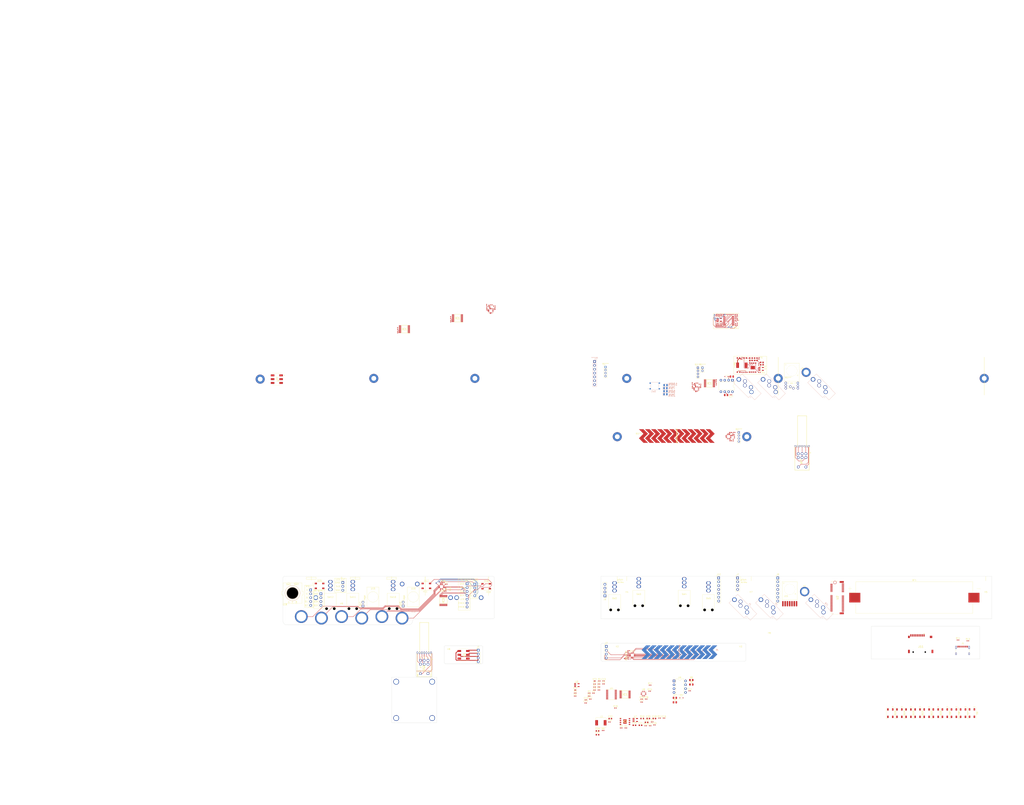
<source format=kicad_pcb>
(kicad_pcb (version 20211014) (generator pcbnew)
  (layers (0 "F.Cu" signal) (31 "B.Cu" signal) (34 "B.Paste" user) (35 "F.Paste" user) (36 "B.SilkS" user "B.Silkscreen") (37 "F.SilkS" user "F.Silkscreen") (38 "B.Mask" user) (39 "F.Mask" user) (44 "Edge.Cuts" user))
  (net 0 "")
  (net 4 "A3v3")
  (net 5 "GND")
  (net 6 "D3v3")
  (net 8 "Net-(C9-Pad1)")
  (net 9 "Net-(C12-Pad1)")
  (net 10 "Net-(C24-Pad1)")
  (net 11 "Net-(C10-Pad1)")
  (net 14 "/MainBoard/power/batt+")
  (net 15 "/MainBoard/main_gnd")
  (net 16 "/MainBoard/main_3v3")
  (net 17 "Net-(C2-Pad1)")
  (net 18 "/LHBoard/lh_gnd")
  (net 19 "I2C_SCL")
  (net 20 "I2C_SDA")
  (net 21 "Net-(C15-Pad1)")
  (net 22 "USB_Vin5v")
  (net 23 "Supply+5v")
  (net 24 "Batt+")
  (net 25 "Net-(D6-Pad1)")
  (net 26 "Net-(D6-Pad2)")
  (net 27 "Net-(R10-Pad2)")
  (net 28 "Net-(C7-Pad1)")
  (net 29 "Net-(C7-Pad2)")
  (net 30 "Net-(C8-Pad1)")
  (net 31 "Net-(C8-Pad2)")
  (net 32 "Net-(D1-Pad2)")
  (net 33 "Net-(D3-Pad2)")
  (net 34 "Net-(D1-Pad1)")
  (net 35 "T00 MIDI IN")
  (net 36 "I2S_LRCK")
  (net 37 "Net-(R1-Pad2)")
  (net 38 "I2S_DIN")
  (net 39 "Net-(R2-Pad2)")
  (net 40 "I2S_BCK")
  (net 41 "Net-(R3-Pad2)")
  (net 42 "Net-(R5-Pad1)")
  (net 44 "Net-(R6-Pad1)")
  (net 45 "Net-(R4-Pad1)")
  (net 46 "Net-(R12-Pad1)")
  (net 47 "Net-(C4-Pad1)")
  (net 48 "Net-(C4-Pad2)")
  (net 52 "Net-(C18-Pad1)")
  (net 53 "Net-(IC2-Pad5)")
  (net 54 "Net-(IC2-Pad7)")
  (net 55 "Net-(C5-Pad2)")
  (net 56 "Net-(IC1-Pad4)")
  (net 57 "Net-(IC1-Pad5)")
  (net 58 "Net-(IC1-Pad6)")
  (net 59 "Net-(IC1-Pad7)")
  (net 60 "/MainBoard/DAC/Lout")
  (net 61 "/MainBoard/DAC/D3v3")
  (net 62 "/MainBoard/DAC/Rout")
  (net 63 "/MainBoard/DAC/a3v3")
  (net 64 "/MainBoard/main_5v")
  (net 65 "/MainBoard/USBSocket/usb bus 5v in")
  (net 66 "/MainBoard/power/5v reg out")
  (net 67 "Net-(C19-Pad1)")
  (net 69 "Net-(C27-Pad1)")
  (net 70 "/LHBoard/lh_3v3")
  (net 71 "Net-(C31-Pad1)")
  (net 72 "+3V3")
  (net 77 "Net-(J10-Pad4)")
  (net 79 "Net-(J11-Pad2)")
  (net 80 "/Pitchboard/pitch_gnd")
  (net 84 "Net-(J11-Pad4)")
  (net 86 "/Pitchboard/pitch_3v3")
  (net 87 "Net-(J20-Pad2)")
  (net 88 "Net-(J20-Pad3)")
  (net 89 "Net-(J20-Pad4)")
  (net 90 "Net-(J20-Pad5)")
  (net 91 "Net-(J20-Pad6)")
  (net 92 "Net-(D2-Pad1)")
  (net 93 "Net-(D2-Pad2)")
  (net 95 "Net-(D4-Pad2)")
  (net 96 "Net-(C5-Pad1)")
  (net 97 "/MainBoard/TX2_WS2812_DATA")
  (net 98 "Net-(D7-Pad2)")
  (net 99 "Net-(D8-Pad2)")
  (net 100 "Net-(D10-Pad4)")
  (net 101 "Net-(D10-Pad2)")
  (net 102 "Net-(D11-Pad2)")
  (net 103 "Net-(D12-Pad2)")
  (net 104 "Net-(D13-Pad2)")
  (net 105 "Net-(D14-Pad2)")
  (net 106 "Net-(D16-Pad2)")
  (net 107 "Net-(D25-Pad2)")
  (net 108 "/MainBoard/i2c0_scl")
  (net 109 "/MainBoard/i2c0_sda")
  (net 110 "Net-(IC3-Pad4)")
  (net 111 "Net-(IC3-Pad5)")
  (net 112 "Net-(IC3-Pad6)")
  (net 113 "Net-(IC3-Pad7)")
  (net 114 "Net-(IC3-Pad9)")
  (net 115 "Net-(IC3-Pad10)")
  (net 116 "Net-(IC3-Pad11)")
  (net 117 "/MainBoard/ws2812 data out to LH")
  (net 119 "/LHBoard/lh_sck")
  (net 120 "/LHBoard/lh_sda")
  (net 122 "Net-(J3-Pad4)")
  (net 124 "Net-(J4-Pad2)")
  (net 126 "Net-(J4-Pad4)")
  (net 128 "Net-(J5-PadA5)")
  (net 129 "/MainBoard/USB data in +")
  (net 130 "/MainBoard/USB data in -")
  (net 131 "Net-(J5-PadB5)")
  (net 132 "Net-(J8-Pad2)")
  (net 133 "Net-(J8-Pad3)")
  (net 134 "Net-(J8-Pad4)")
  (net 135 "Net-(J8-Pad5)")
  (net 136 "Net-(J8-Pad6)")
  (net 137 "Net-(J8-Pad7)")
  (net 138 "Net-(J8-Pad8)")
  (net 139 "Net-(J8-Pad9)")
  (net 140 "Net-(J8-Pad10)")
  (net 141 "Net-(J8-Pad11)")
  (net 143 "/MainBoard/sdio_cs")
  (net 144 "/MainBoard/sdio_mosi")
  (net 145 "/MainBoard/sdio_clock")
  (net 146 "/MainBoard/sdio_miso")
  (net 149 "/MainBoard/DAC/AGND")
  (net 152 "/MainBoard/i2s_lrck")
  (net 153 "/MainBoard/i2s_din")
  (net 154 "/MainBoard/i2s_bck")
  (net 155 "/MainBoard/RX1=MIDI IN")
  (net 156 "/MainBoard/TX1=MIDI OUT")
  (net 157 "Net-(R11-Pad2)")
  (net 158 "Net-(R13-Pad1)")
  (net 159 "Net-(R15-Pad1)")
  (net 160 "Net-(R16-Pad1)")
  (net 161 "Net-(R19-Pad1)")
  (net 162 "Net-(R20-Pad1)")
  (net 163 "Net-(R35-Pad1)")
  (net 164 "Net-(R36-Pad1)")
  (net 165 "/LHBoard/encoder SW")
  (net 166 "/LHBoard/encoder B")
  (net 167 "/LHBoard/encoder A")
  (net 168 "/PressureBoard/pressure_gnd")
  (net 169 "/PressureBoard/pressure_3v3")
  (net 172 "/PressureBoard/pressure_sda")
  (net 173 "/PressureBoard/pressure_sck")
  (net 178 "Net-(SW1-Pad1)")
  (net 187 "/MainBoard/ENC_A")
  (net 189 "/MainBoard/ENC_B")
  (net 191 "/MainBoard/oled_dc")
  (net 193 "/MainBoard/oled_res")
  (net 198 "/MainBoard/oled_cs")
  (net 199 "/MainBoard/spi0_sck")
  (net 201 "/MainBoard/spi0_sda")
  (net 217 "Net-(J6-Pad1)")
  (net 218 "Net-(J6-Pad2)")
  (net 219 "Net-(J6-Pad3)")
  (net 220 "Net-(J6-Pad4)")
  (net 229 "Net-(J18-Pad1)")
  (net 230 "Net-(J18-Pad2)")
  (net 231 "Net-(J18-Pad3)")
  (net 232 "Net-(J18-Pad4)")
  (net 233 "Net-(U10-Pad12)")
  (net 234 "Net-(U10-Pad13)")
  (net 235 "Net-(U10-Pad14)")
  (net 236 "Net-(U10-Pad15)")
  (net 237 "Net-(U10-Pad16)")
  (net 238 "Net-(U10-Pad17)")
  (net 241 "/Pitchboard/pitch_sck")
  (net 242 "/Pitchboard/pitch_sda")
  (net 245 "Net-(U13-Pad1)")
  (net 246 "Net-(U13-Pad2)")
  (net 247 "Net-(U13-Pad3)")
  (net 248 "Net-(U13-Pad7)")
  (net 249 "Net-(U13-Pad8)")
  (net 250 "Net-(J15-Pad3)")
  (net 251 "Net-(U13-Pad5)")
  (net 252 "Net-(U13-Pad6)")
  (net 253 "Net-(J15-Pad4)")
  (net 254 "/LHBoard/ws2812 data from main")
  (net 256 "Net-(D25-Pad4)")
  (footprint "Resistor_SMD:R_0402_1005Metric" (layer "F.Cu") (at -317.409196 294.227034)
    (fp_text reference "R3")
    (fp_text value "22R")
  )
  (footprint "Resistor_SMD:R_0402_1005Metric" (layer "F.Cu") (at -64.639196 259.197034)
    (fp_text reference "R14")
    (fp_text value "5.1k")
  )
  (footprint "Resistor_SMD:R_0402_1005Metric" (layer "F.Cu") (at -224.214196 90.222034 -90)
    (fp_text reference "R17" hide)
    (fp_text value "10k")
  )
  (footprint "LED_SMD:LED_WS2812B_PLCC4_5.0x5.0mm_P3.2mm" (layer "F.Cu") (at -91.339196 307.447034 -90)
    (fp_text reference "D12")
    (fp_text value "WS2812B")
  )
  (footprint "Package_TO_SOT_SMD:SOT-23-5" (layer "F.Cu") (at -316.289196 288.957034)
    (fp_text reference "U5")
    (fp_text value "TLV75533PDBV")
  )
  (footprint "Resistor_SMD:R_0805_2012Metric" (layer "F.Cu") (at -217.751694 97.447034)
    (fp_text reference "R22" hide)
    (fp_text value "470R")
  )
  (footprint "Capacitor_SMD:C_0402_1005Metric" (layer "F.Cu") (at -258.754196 310.737034)
    (fp_text reference "C16")
    (fp_text value "10uF")
  )
  (footprint "Capacitor_SMD:C_0402_1005Metric" (layer "F.Cu") (at -310.299196 298.697034)
    (fp_text reference "C10")
    (fp_text value "0.1uF")
  )
  (footprint "Capacitor_SMD:C_0402_1005Metric" (layer "F.Cu") (at -317.429196 296.207034)
    (fp_text reference "C6")
    (fp_text value "2.2uF")
  )
  (footprint "Diode_SMD:D_SOD-323" (layer "F.Cu") (at -217.539195 85.247035 180)
    (fp_text reference "D6" hide)
    (fp_text value "1N4148")
  )
  (footprint "Capacitor_SMD:C_0402_1005Metric" (layer "F.Cu") (at -210.833218 46.902035 180)
    (fp_text reference "C9" hide)
    (fp_text value "2.2uF")
  )
  (footprint "Resistor_SMD:R_0402_1005Metric" (layer "F.Cu") (at -290.829196 304.077034)
    (fp_text reference "R18")
    (fp_text value "4.7k")
  )
  (footprint "Capacitor_SMD:C_0603_1608Metric" (layer "F.Cu") (at -197.339196 73.822034 90)
    (fp_text reference "C22" hide)
    (fp_text value "22uF")
  )
  (footprint "Connector_PinHeader_2.00mm:PinHeader_1x04_P2.00mm_Vertical" (layer "F.Cu") (at -236.339196 79.447034)
    (fp_text reference "REF**")
    (fp_text value "PinHeader_1x04_P2.00mm_Vertical")
  )
  (footprint "Capacitor_SMD:C_0402_1005Metric" (layer "F.Cu") (at -284.439196 271.397034 180)
    (fp_text reference "C31" hide)
    (fp_text value "0.1uF")
  )
  (footprint "Capacitor_SMD:C_0402_1005Metric" (layer "F.Cu") (at -265.044196 315.237034)
    (fp_text reference "C26")
    (fp_text value "0.1uF")
  )
  (footprint "LED_SMD:LED_0402_1005Metric" (layer "F.Cu") (at -287.039196 317.227034)
    (fp_text reference "D3")
    (fp_text value "50%")
  )
  (footprint "Capacitor_SMD:C_0402_1005Metric" (layer "F.Cu") (at -403.176696 226.997034)
    (fp_text reference "C29")
    (fp_text value "0.1uF")
  )
  (footprint "Capacitor_SMD:C_0603_1608Metric" (layer "F.Cu") (at -194.124196 77.482034)
    (fp_text reference "C29" hide)
    (fp_text value "0.1uF")
  )
  (footprint "MountingHole:MountingHole_2.7mm_M2.5" (layer "F.Cu") (at -201.251696 231.197034)
    (fp_text reference "H7")
    (fp_text value "MountingHole")
  )
  (footprint "Resistor_SMD:R_0402_1005Metric" (layer "F.Cu") (at -304.579196 288.257034)
    (fp_text reference "R4")
    (fp_text value "470R")
  )
  (footprint "Resistor_SMD:R_0402_1005Metric" (layer "F.Cu") (at -434.589196 55.837034 -90)
    (fp_text reference "R18" hide)
    (fp_text value "10k")
  )
  (footprint "MountingHole:MountingHole_2.7mm_M2.5" (layer "F.Cu") (at -208.139196 267.197034)
    (fp_text reference "H3")
    (fp_text value "MountingHole")
  )
  (footprint "Capacitor_SMD:C_0603_1608Metric" (layer "F.Cu") (at -302.639196 319.197034)
    (fp_text reference "C19")
    (fp_text value "22uF")
  )
  (footprint "Capacitor_SMD:C_0603_1608Metric" (layer "F.Cu") (at -194.124196 75.882034)
    (fp_text reference "C28" hide)
    (fp_text value "0.22uF")
  )
  (footprint "clarinoid2:MB2511S2G45" (layer "F.Cu") (at -291.389196 226.597034)
    (fp_text reference "SW2")
    (fp_text value "sw_RHx1")
  )
  (footprint "Capacitor_SMD:C_0402_1005Metric" (layer "F.Cu") (at -310.439196 300.747034)
    (fp_text reference "C12")
    (fp_text value "10uF")
  )
  (footprint "Resistor_SMD:R_0805_2012Metric" (layer "F.Cu") (at -251.546696 297.347034)
    (fp_text reference "R7")
    (fp_text value "470R")
  )
  (footprint "SamacSys_Parts:SOP65P640X110-16N" (layer "F.Cu") (at -404.376696 233.097034 90)
    (fp_text reference "IC3")
    (fp_text value "PCA9554APW,118" hide)
  )
  (footprint "SamacSys_Parts:ABPMAND001PG2A3" (layer "F.Cu") (at -391.048132 268.906076 -90)
    (fp_text reference "U1")
    (fp_text value "Pressure1_0x28_I2C0" hide)
  )
  (footprint "Capacitor_SMD:C_0402_1005Metric" (layer "F.Cu") (at -375.813716 38.122034 90)
    (fp_text reference "C25" hide)
    (fp_text value "0.1uF")
  )
  (footprint "Capacitor_SMD:C_0402_1005Metric" (layer "F.Cu") (at -301.689196 288.247034)
    (fp_text reference "C4")
    (fp_text value "2.2uF")
  )
  (footprint "Capacitor_SMD:C_0402_1005Metric" (layer "F.Cu") (at -212.451696 122.120594)
    (fp_text reference "C25" hide)
    (fp_text value "0.1uF")
  )
  (footprint "SamacSys_Parts:PTR902-2020K-A103" (layer "F.Cu") (at -417.060643 267.625587 90)
    (fp_text reference "U13")
    (fp_text value "stereo pot w switch sub-board" hide)
  )
  (footprint "Connector_PinHeader_2.54mm:PinHeader_1x05_P2.54mm_Vertical" (layer "F.Cu") (at -491.975915 226.140034)
    (fp_text reference "J21" hide)
    (fp_text value "encoder header")
  )
  (footprint "SamacSys_Parts:SOIC127P599X155-9N" (layer "F.Cu") (at -200.134196 79.322034 90)
    (fp_text reference "IC2" hide)
    (fp_text value "Injoinic IP5306 battery charge" hide)
  )
  (footprint "Capacitor_SMD:C_0402_1005Metric" (layer "F.Cu") (at -212.959196 123.645114)
    (fp_text reference "C24" hide)
    (fp_text value "0.1uF")
  )
  (footprint "MountingHole:MountingHole_2.7mm_M2.5" (layer "F.Cu") (at -189.139196 258.197034)
    (fp_text reference "H6")
    (fp_text value "MountingHole")
  )
  (footprint "Resistor_SMD:R_0402_1005Metric" (layer "F.Cu") (at -375.789196 40.619534 90)
    (fp_text reference "R12" hide)
    (fp_text value "75k")
  )
  (footprint "Package_DFN_QFN:UQFN-20_3x3mm_P0.4mm" (layer "F.Cu") (at -237.339196 93.447034 -90)
    (fp_text reference "U4" hide)
    (fp_text value "MPR121, 0x5A")
  )
  (footprint "Resistor_SMD:R_0805_2012Metric" (layer "F.Cu") (at -251.546696 300.297034)
    (fp_text reference "R9")
    (fp_text value "47R")
  )
  (footprint "Resistor_SMD:R_0402_1005Metric" (layer "F.Cu") (at -224.214196 87.832034 90)
    (fp_text reference "R18" hide)
    (fp_text value "10k")
  )
  (footprint "clarinoid2:SSD1306_128x64_approximate" (layer "F.Cu") (at -471.944196 284.292034)
    (fp_text reference "U17" hide)
    (fp_text value "OLED graphic")
  )
  (footprint "Capacitor_SMD:C_0402_1005Metric" (layer "F.Cu") (at -374.289196 38.629534 90)
    (fp_text reference "C24" hide)
    (fp_text value "0.1uF")
  )
  (footprint "Capacitor_SMD:C_0402_1005Metric" (layer "F.Cu") (at -298.639196 288.167034)
    (fp_text reference "C3")
    (fp_text value "0.1uF")
  )
  (footprint "clarinoid2:Bourns_POT_PTR902-2020K-A103 Panel subboard template" (layer "F.Cu") (at -414.560643 272.625587)
    (fp_text reference "U14")
    (fp_text value "stereo pot subboard template")
  )
  (footprint "CapTouchSliders:CaptouchSlider_Masked_H3x3_A1.0mm_x12" (layer "F.Cu") (at -275.289196 126.997034)
    (fp_text reference "REF**")
    (fp_text value "CaptouchSlider_Masked_H3x3_A1.0mm_x12")
  )
  (footprint "MountingHole:MountingHole_2.7mm_M2.5" (layer "F.Cu") (at -46.251696 231.197034)
    (fp_text reference "H5")
    (fp_text value "MountingHole")
  )
  (footprint "Package_DIP:DIP-8_W7.62mm" (layer "F.Cu") (at -213.539196 87.647034 -90)
    (fp_text reference "U8" hide)
    (fp_text value "6N138")
  )
  (footprint "SamacSys_Parts:SOIC127P599X155-9N" (layer "F.Cu") (at -284.504196 312.992034)
    (fp_text reference "IC2")
    (fp_text value "Injoinic IP5306 battery charge" hide)
  )
  (footprint "LED_SMD:LED_WS2812B_PLCC4_5.0x5.0mm_P3.2mm" (layer "F.Cu") (at -109.339196 307.447034 -90)
    (fp_text reference "D15")
    (fp_text value "WS2812B")
  )
  (footprint "Resistor_SMD:R_0402_1005Metric" (layer "F.Cu") (at -207.339196 73.197034 90)
    (fp_text reference "R11" hide)
    (fp_text value "0.5R")
  )
  (footprint "Resistor_SMD:R_0805_2012Metric" (layer "F.Cu") (at -240.696696 285.597034)
    (fp_text reference "R8")
    (fp_text value "47R")
  )
  (footprint "clarinoid2:MB2511S2G45" (layer "F.Cu") (at -464.176696 225.762034)
    (fp_text reference "SW11")
    (fp_text value "SW_x2")
  )
  (footprint "Resistor_SMD:R_0402_1005Metric" (layer "F.Cu") (at -214.949196 122.145114)
    (fp_text reference "R12" hide)
    (fp_text value "75k")
  )
  (footprint "Capacitor_SMD:C_0402_1005Metric" (layer "F.Cu") (at -304.599196 292.227034)
    (fp_text reference "C9")
    (fp_text value "2.2uF")
  )
  (footprint "Connector_PinHeader_2.00mm:PinHeader_1x02_P2.00mm_Vertical" (layer "F.Cu") (at -233.339196 79.447034)
    (fp_text reference "REF**")
    (fp_text value "PinHeader_1x02_P2.00mm_Vertical")
  )
  (footprint "Resistor_SMD:R_0402_1005Metric" (layer "F.Cu") (at -301.529196 286.207034)
    (fp_text reference "R5")
    (fp_text value "470R")
  )
  (footprint "LED_SMD:LED_WS2812B_PLCC4_5.0x5.0mm_P3.2mm" (layer "F.Cu") (at -55.439196 307.397034 -90)
    (fp_text reference "D6")
    (fp_text value "WS2812B")
  )
  (footprint "Resistor_SMD:R_0402_1005Metric" (layer "F.Cu") (at -240.039196 92.257034 90)
    (fp_text reference "R12" hide)
    (fp_text value "75k")
  )
  (footprint "Battery:BatteryHolder_Keystone_1042_1x18650" (layer "F.Cu") (at -93.469196 231.197034)
    (fp_text reference "BT1")
    (fp_text value "Battery_Cell")
  )
  (footprint "clarinoid2:solder point DIP 1x2" (layer "F.Cu") (at -457.475915 235.472523 90)
    (fp_text reference "SW7")
    (fp_text value "SW_OK")
  )
  (footprint "Connector_PinHeader_2.54mm:PinHeader_1x04_P2.54mm_Vertical" (layer "F.Cu") (at -210.139196 218.197034)
    (fp_text reference "J7")
    (fp_text value "I2C HEADER main to PITCH")
  )
  (footprint "clarinoid2:USB_C_Receptacle_XKB_U262-16XN-4BVC11" (layer "F.Cu") (at -61.639196 267.197034)
    (fp_text reference "J5")
    (fp_text value "XKB_U262-16XN-4BVC11 USB-C recept")
  )
  (footprint "clarinoid2:MB2511S4W01-BC" (layer "F.Cu") (at -424.276696 230.697034)
    (fp_text reference "U16")
    (fp_text value "BACK cutout")
  )
  (footprint "Capacitor_SMD:C_0402_1005Metric" (layer "F.Cu") (at -196.224196 77.302034 -90)
    (fp_text reference "C26" hide)
    (fp_text value "10uF")
  )
  (footprint "MountingHole:MountingHole_2.7mm_M2.5" (layer "F.Cu") (at -400.861132 268.906076)
    (fp_text reference "H8")
    (fp_text value "MountingHole")
  )
  (footprint "Package_TO_SOT_SMD:SOT-23-5" (layer "F.Cu") (at -222.339196 47.777034)
    (fp_text reference "U7" hide)
    (fp_text value "TLV75533PDBV")
  )
  (footprint "Capacitor_SMD:C_0603_1608Metric" (layer "F.Cu") (at -209.539196 72.997034 180)
    (fp_text reference "C19" hide)
    (fp_text value "22uF")
  )
  (footprint "Capacitor_SMD:C_0402_1005Metric" (layer "F.Cu") (at -214.539195 97.247035 180)
    (fp_text reference "C27")
    (fp_text value "0.1uF")
  )
  (footprint "SamacSys_Parts:ABPMAND001PG2A3" (layer "F.Cu") (at -514.339196 86.947034 -90)
    (fp_text reference "U**")
    (fp_text value "ABPMAND001PG2A3" hide)
  )
  (footprint "Connector_PinHeader_2.54mm:PinHeader_1x07_P2.54mm_Vertical" (layer "F.Cu") (at -183.639196 218.197034)
    (fp_text reference "J9")
    (fp_text value "OLED_HEADER")
  )
  (footprint "Capacitor_SMD:C_0402_1005Metric" (layer "F.Cu") (at -210.439196 50.977034 -90)
    (fp_text reference "C8" hide)
    (fp_text value "2.2uF")
  )
  (footprint "Capacitor_SMD:C_0402_1005Metric" (layer "F.Cu") (at -224.04396 44.697034 90)
    (fp_text reference "C4" hide)
    (fp_text value "0.1uF")
  )
  (footprint "Capacitor_SMD:C_0402_1005Metric" (layer "F.Cu") (at -221.639196 50.977034 -90)
    (fp_text reference "C13" hide)
    (fp_text value "0.1uF")
  )
  (footprint "Connector_PinHeader_2.54mm:PinHeader_1x07_P2.54mm_Vertical" (layer "F.Cu") (at -222.639196 218.197034)
    (fp_text reference "J12")
    (fp_text value "main header multi to LH")
  )
  (footprint "clarinoid2:MB2511S2G45" (layer "F.Cu") (at -229.389196 226.597034)
    (fp_text reference "SW5")
    (fp_text value "sw_RHx4")
  )
  (footprint "clarinoid2:MB2511S2G45" (layer "F.Cu") (at -245.389196 223.847034)
    (fp_text reference "SW4")
    (fp_text value "sw_RHx3")
  )
  (footprint "Capacitor_SMD:C_0603_1608Metric" (layer "F.Cu") (at -294.189196 311.067034)
    (fp_text reference "C22")
    (fp_text value "22uF")
  )
  (footprint "LED_SMD:LED_WS2812B_PLCC4_5.0x5.0mm_P3.2mm" (layer "F.Cu") (at -79.339196 307.447034 -90)
    (fp_text reference "D10")
    (fp_text value "WS2812B")
  )
  (footprint "clarinoid2:Sinhoo SMTSO2530CTJ" (layer "F.Cu") (at -165.901696 227.197034)
    (fp_text reference "H1")
    (fp_text value "M.2 riser 2.5mm")
  )
  (footprint "LED_SMD:LED_WS2812B_PLCC4_5.0x5.0mm_P3.2mm" (layer "F.Cu") (at -67.339196 307.447034 -90)
    (fp_text reference "D8")
    (fp_text value "WS2812B")
  )
  (footprint "NetTie:NetTie-2_SMD_Pad0.5mm" (layer "F.Cu") (at -304.509196 286.237034)
    (fp_text reference "NT2")
    (fp_text value "NetTie_2")
  )
  (footprint "Capacitor_SMD:C_0402_1005Metric" (layer "F.Cu") (at -308.199196 296.237034)
    (fp_text reference "C8")
    (fp_text value "10uF")
  )
  (footprint "Resistor_SMD:R_0402_1005Metric" (layer "F.Cu") (at -402.776696 225.507034 -90)
    (fp_text reference "R35")
    (fp_text value "10k")
  )
  (footprint "MountingHole:MountingHole_2.7mm_M2.5" (layer "F.Cu") (at -471.589196 231.202034)
    (fp_text reference "H9")
    (fp_text value "MountingHole")
  )
  (footprint "clarinoid2:SOFNG TF-15x15 (LCSC C111196)" (layer "F.Cu") (at -89.139196 263.197034)
    (fp_text reference "J11")
    (fp_text value "microSD SOFNG TF-15x15" hide)
  )
  (footprint "Package_TO_SOT_SMD:SOT-23-5" (layer "F.Cu") (at -277.704196 311.977034)
    (fp_text reference "U7")
    (fp_text value "TLV75733PDBV")
  )
  (footprint "Resistor_SMD:R_0805_2012Metric" (layer "F.Cu") (at -213.951695 85.247035 180)
    (fp_text reference "R19" hide)
    (fp_text value "220R")
  )
  (footprint "Capacitor_SMD:C_0603_1608Metric" (layer "F.Cu") (at -274.264196 315.457034)
    (fp_text reference "C21")
    (fp_text value "22uF")
  )
  (footprint "Package_SO:TSSOP-20_4.4x6.5mm_P0.65mm" (layer "F.Cu") (at -216.089196 48.377034 180)
    (fp_text reference "U1" hide)
    (fp_text value "PCM5102A")
  )
  (footprint "Capacitor_SMD:C_0402_1005Metric" (layer "F.Cu") (at -267.914196 315.757034)
    (fp_text reference "C17")
    (fp_text value "10uF")
  )
  (footprint "SamacSys_Parts:SOP65P640X110-16N" (layer "F.Cu") (at -430.089196 53.947034 180)
    (fp_text reference "IC1")
    (fp_text value "PCA9554APW,118" hide)
  )
  (footprint "clarinoid2:Bourns_POT_PTR902-2020K-A103 Panel interconnect" (layer "F.Cu") (at -175.751696 225.697034)
    (fp_text reference "J15")
    (fp_text value "StereoPot_SW_CommonAudioGND")
  )
  (footprint "Resistor_SMD:R_0402_1005Metric" (layer "F.Cu") (at -267.940871 288.996783)
    (fp_text reference "R17")
    (fp_text value "4.7k")
  )
  (footprint "Resistor_SMD:R_0402_1005Metric" (layer "F.Cu") (at -282.539196 267.697034 90)
    (fp_text reference "R19")
    (fp_text value "10k")
  )
  (footprint "Capacitor_SMD:C_0402_1005Metric" (layer "F.Cu") (at -305.289196 294.247034)
    (fp_text reference "C5")
    (fp_text value "2.2uF")
  )
  (footprint "Capacitor_SMD:C_0402_1005Metric" (layer "F.Cu") (at -402.476696 222.297034)
    (fp_text reference "C2")
    (fp_text value "0.1uF")
  )
  (footprint "Resistor_SMD:R_0402_1005Metric" (layer "F.Cu") (at -372.743146 37.930338 180)
    (fp_text reference "R13" hide)
    (fp_text value "10k")
  )
  (footprint "Diode_SMD:D_SOD-323" (layer "F.Cu") (at -247.216696 297.347034)
    (fp_text reference "D1")
    (fp_text value "1N4148WS")
  )
  (footprint "clarinoid2:Teensy_4.0_MicroMod outline fab" (layer "F.Cu") (at -148.401696 228.497034 180)
    (fp_text reference "U3" hide)
    (fp_text value "Micromod outline" hide)
  )
  (footprint "Resistor_SMD:R_0402_1005Metric" (layer "F.Cu") (at -213.06 127.191164 -90)
    (fp_text reference "R14" hide)
    (fp_text value "10k")
  )
  (footprint "Resistor_SMD:R_0402_1005Metric" (layer "F.Cu") (at -58.129196 259.697034)
    (fp_text reference "R13")
    (fp_text value "5.1k")
  )
  (footprint "Capacitor_SMD:C_0402_1005Metric" (layer "F.Cu") (at -240.063716 89.759534 90)
    (fp_text reference "C25" hide)
    (fp_text value "0.1uF")
  )
  (footprint "Package_DFN_QFN:UQFN-20_3x3mm_P0.4mm" (layer "F.Cu") (at -373.089196 41.809534 -90)
    (fp_text reference "U4" hide)
    (fp_text value "MPR121, 0x5A")
  )
  (footprint "Connector_PinHeader_2.00mm:PinHeader_1x04_P2.00mm_Vertical" (layer "F.Cu") (at -297.339196 78.947034)
    (fp_text reference "REF**")
    (fp_text value "PinHeader_1x04_P2.00mm_Vertical")
  )
  (footprint "SamacSys_Parts:PTR902-2020K-A103" (layer "F.Cu") (at -167.589196 131.197034 90)
    (fp_text reference "R**")
    (fp_text value "PTR902-2020K-A103" hide)
  )
  (footprint "MountingHole:MountingHole_2.7mm_M2.5" (layer "F.Cu") (at -416.376696 231.202523)
    (fp_text reference "H11")
    (fp_text value "MountingHole")
  )
  (footprint "Resistor_SMD:R_0402_1005Metric" (layer "F.Cu") (at -399.589196 48.587034 -90)
    (fp_text reference "R18" hide)
    (fp_text value "10k")
  )
  (footprint "SamacSys_Parts:SOP65P640X110-16N" (layer "F.Cu") (at -284.429196 295.121783)
    (fp_text reference "IC1")
    (fp_text value "PCA9554APW,118" hide)
  )
  (footprint "Connector_PinHeader_2.00mm:PinHeader_1x04_P2.00mm_Vertical" (layer "F.Cu") (at -209.339196 122.120594)
    (fp_text reference "REF**")
    (fp_text value "PinHeader_1x04_P2.00mm_Vertical")
  )
  (footprint "Resistor_SMD:R_0402_1005Metric" (layer "F.Cu") (at -270.804196 315.767034)
    (fp_text reference "R12")
    (fp_text value "0.5R")
  )
  (footprint "Capacitor_SMD:C_0603_1608Metric" (layer "F.Cu") (at -270.254196 313.517034)
    (fp_text reference "C23")
    (fp_text value "0.1uF")
  )
  (footprint "Capacitor_SMD:C_0402_1005Metric" (layer "F.Cu") (at -301.689196 290.217034)
    (fp_text reference "C7")
    (fp_text value "10uF")
  )
  (footprint "Connector_PinHeader_2.54mm:PinHeader_1x04_P2.54mm_Vertical" (layer "F.Cu") (at -381.361132 265.906076)
    (fp_text reference "J1")
    (fp_text value "header i2c pressure")
  )
  (footprint "LED_SMD:LED_WS2812B_PLCC4_5.0x5.0mm_P3.2mm" (layer "F.Cu") (at -376.126696 223.662034)
    (fp_text reference "D16")
    (fp_text value "WS2812B")
  )
  (footprint "Package_DIP:DIP-8_W7.62mm" (layer "F.Cu") (at -252.126696 286.197034)
    (fp_text reference "U6")
    (fp_text value "6N138")
  )
  (footprint "Resistor_SMD:R_0805_2012Metric" (layer "F.Cu") (at -240.696696 288.547034)
    (fp_text reference "R6")
    (fp_text value "220R")
  )
  (footprint "Resistor_SMD:R_0402_1005Metric" (layer "F.Cu") (at -282.439196 271.197034 90)
    (fp_text reference "R20")
    (fp_text value "75k")
  )
  (footprint "Resistor_SMD:R_0603_1608Metric" (layer "F.Cu") (at -209.539196 82.297034)
    (fp_text reference "R9" hide)
    (fp_text value "2R")
  )
  (footprint "LED_SMD:LED_WS2812B_PLCC4_5.0x5.0mm_P3.2mm" (layer "F.Cu") (at -103.339196 307.447034 -90)
    (fp_text reference "D14")
    (fp_text value "WS2812B")
  )
  (footprint "Connector_PinHeader_2.54mm:PinHeader_1x04_P2.54mm_Vertical" (layer "F.Cu") (at -297.751696 229.997034 180)
    (fp_text reference "J6")
    (fp_text value "RH touch keys header")
  )
  (footprint "LED_SMD:LED_WS2812B_PLCC4_5.0x5.0mm_P3.2mm" (layer "F.Cu") (at -61.339196 307.447034 -90)
    (fp_text reference "D7")
    (fp_text value "WS2812B")
  )
  (footprint "LED_SMD:LED_WS2812B_PLCC4_5.0x5.0mm_P3.2mm" (layer "F.Cu") (at -85.339196 307.447034 -90)
    (fp_text reference "D11")
    (fp_text value "WS2812B")
  )
  (footprint "Resistor_SMD:R_0402_1005Metric" (layer "F.Cu") (at -236.993146 89.567838 180)
    (fp_text reference "R13" hide)
    (fp_text value "10k")
  )
  (footprint "Capacitor_SMD:C_0402_1005Metric" (layer "F.Cu") (at -273.449196 300.187034)
    (fp_text reference "C27")
    (fp_text value "0.1uF")
  )
  (footprint "Resistor_SMD:R_0402_1005Metric" (layer "F.Cu") (at -370.289196 40.299534 -90)
    (fp_text reference "R4" hide)
    (fp_text value "10k")
  )
  (footprint "Resistor_SMD:R_0402_1005Metric" (layer "F.Cu") (at -261.644196 310.747034)
    (fp_text reference "R11")
    (fp_text value "10k")
  )
  (footprint "Capacitor_SMD:C_0402_1005Metric" (layer "F.Cu") (at -270.539196 298.197034)
    (fp_text reference "C28")
    (fp_text value "0.1uF")
  )
  (footprint "Capacitor_SMD:C_0603_1608Metric" (layer "F.Cu") (at -278.274196 315.457034)
    (fp_text reference "C25")
    (fp_text value "22uF")
  )
  (footprint "Connector_PinHeader_2.54mm:PinHeader_1x04_P2.54mm_Vertical" (layer "F.Cu") (at -383.655477 222.330034)
    (fp_text reference "J18" hide)
    (fp_text value "header lh_keys")
  )
  (footprint "Resistor_SMD:R_0402_1005Metric" (layer "F.Cu") (at -308.179196 294.257034)
    (fp_text reference "R2")
    (fp_text value "22R")
  )
  (footprint "MountingHole:MountingHole_2.7mm_M2.5" (layer "F.Cu") (at -289.639196 267.197034)
    (fp_text reference "H2")
    (fp_text value "MountingHole")
  )
  (footprint "Resistor_SMD:R_0402_1005Metric" (layer "F.Cu") (at -234.539196 91.937034 -90)
    (fp_text reference "R4" hide)
    (fp_text value "10k")
  )
  (footprint "Resistor_SMD:R_0402_1005Metric" (layer "F.Cu") (at -210.939196 44.277034)
    (fp_text reference "R6" hide)
    (fp_text value "470R")
  )
  (footprint "MountingHole:MountingHole_2.7mm_M2.5" (layer "F.Cu") (at -283.251696 231.197034)
    (fp_text reference "H4")
    (fp_text value "MountingHole")
  )
  (footprint "NetTie:NetTie-2_SMD_Pad0.5mm" (layer "F.Cu") (at -317.339196 292.207034)
    (fp_text reference "NT1")
    (fp_text value "NetTie_2")
  )
  (footprint "Package_DFN_QFN:UQFN-20_3x3mm_P0.4mm" (layer "F.Cu") (at -216.139196 124.845114 180)
    (fp_text reference "U4" hide)
    (fp_text value "MPR121, 0x5A")
  )
  (footprint "Resistor_SMD:R_0402_1005Metric" (layer "F.Cu") (at -273.429196 298.207034)
    (fp_text reference "R16")
    (fp_text value "75k")
  )
  (footprint "Resistor_SMD:R_0603_1608Metric" (layer "F.Cu") (at -273.124196 311.007034)
    (fp_text reference "R10")
    (fp_text value "2R")
  )
  (footprint "Capacitor_SMD:C_0402_1005Metric" (layer "F.Cu") (at -222.991578 44.697034 90)
    (fp_text reference "C3" hide)
    (fp_text value "10uF")
  )
  (footprint "LED_SMD:LED_WS2812B_PLCC4_5.0x5.0mm_P3.2mm" (layer "F.Cu") (at -486.126696 223.447034)
    (fp_text reference "D25")
    (fp_text value "WS2812B")
  )
  (footprint "Resistor_SMD:R_0402_1005Metric" (layer "F.Cu") (at -370.743146 38.730338)
    (fp_text reference "R14" hide)
    (fp_text value "10k")
  )
  (footprint "Resistor_SMD:R_0402_1005Metric" (layer "F.Cu") (at -268.179196 292.957034)
    (fp_text reference "R15")
    (fp_text value "10k")
  )
  (footprint "LED_SMD:LED_WS2812B_PLCC4_5.0x5.0mm_P3.2mm" (layer "F.Cu") (at -97.339196 307.447034 -90)
    (fp_text reference "D13")
    (fp_text value "WS2812B")
  )
  (footprint "Resistor_SMD:R_0402_1005Metric" (layer "F.Cu") (at -215.139196 44.257034)
    (fp_text reference "R2" hide)
    (fp_text value "22R")
  )
  (footprint "NetTie:NetTie-2_SMD_Pad0.5mm" (layer "F.Cu") (at -219.139196 44.277034)
    (fp_text reference "NT1" hide)
    (fp_text value "NetTie_2")
  )
  (footprint "MountingHole:MountingHole_2.7mm_M2.5" (layer "F.Cu") (at -374.626696 231.202523)
    (fp_text reference "H10")
    (fp_text value "MountingHole")
  )
  (footprint "clarinoid2:Bourns_POT_PTR902-2020K-A103_PANEL" (layer "F.Cu") (at -174.339196 81.447034)
    (fp_text reference "REF**")
    (fp_text value "PTR902")
  )
  (footprint "clarinoid2:Bourns_ENC_PEC11R-4215F-S0024 panel cutout shaft downward" (layer "F.Cu") (at -503.989196 228.202523)
    (fp_text reference "U18")
    (fp_text value "encoder cutout")
  )
  (footprint "clarinoid2:solder point DIP 1x2" (layer "F.Cu") (at -430.975915 235.432523 90)
    (fp_text reference "SW9")
    (fp_text value "SW_BACK")
  )
  (footprint "Resistor_SMD:R_0402_1005Metric" (layer "F.Cu") (at -304.579196 290.247034)
    (fp_text reference "R1")
    (fp_text value "22R")
  )
  (footprint "Capacitor_SMD:C_0402_1005Metric" (layer "F.Cu") (at -221.839196 44.677034 -90)
    (fp_text reference "C5" hide)
    (fp_text value "10uF")
  )
  (footprint "Connector_PinHeader_2.54mm:PinHeader_1x07_P2.54mm_Vertical" (layer "F.Cu") (at -388.735477 222.076034)
    (fp_text reference "J10" hide)
    (fp_text value "LH header multi to main")
  )
  (footprint "Capacitor_SMD:C_0603_1608Metric" (layer "F.Cu") (at -269.114196 311.007034)
    (fp_text reference "C20")
    (fp_text value "0.22uF")
  )
  (footprint "Capacitor_SMD:C_0402_1005Metric" (layer "F.Cu") (at -238.539196 90.267034 90)
    (fp_text reference "C24" hide)
    (fp_text value "0.1uF")
  )
  (footprint "Capacitor_SMD:C_0402_1005Metric" (layer "F.Cu") (at -301.689196 292.187034)
    (fp_text reference "C1")
    (fp_text value "10uF")
  )
  (footprint "Capacitor_SMD:C_0402_1005Metric" (layer "F.Cu") (at -210.813218 45.302034 180)
    (fp_text reference "C12" hide)
    (fp_text value "2.2uF")
  )
  (footprint "LED_SMD:LED_0402_1005Metric" (layer "F.Cu") (at -298.944196 318.937034)
    (fp_text reference "D5")
    (fp_text value "100%")
  )
  (footprint "Resistor_SMD:R_0402_1005Metric" (layer "F.Cu") (at -212.26 125.191164 90)
    (fp_text reference "R13" hide)
    (fp_text value "10k")
  )
  (footprint "Connector_PinHeader_2.54mm:PinHeader_1x04_P2.54mm_Vertical" (layer "F.Cu") (at -485.255477 228.680034)
    (fp_text reference "J14" hide)
    (fp_text value "header_i2c_lh to pressure")
  )
  (footprint "Capacitor_SMD:C_0402_1005Metric" (layer "F.Cu") (at -241.751696 292.697034)
    (fp_text reference "C14")
    (fp_text value "0.1uF")
  )
  (footprint "Capacitor_SMD:C_0402_1005Metric" (layer "F.Cu") (at -294.759196 313.307034)
    (fp_text reference "C15")
    (fp_text value "10uF")
  )
  (footprint "Package_DFN_QFN:UQFN-20_3x3mm_P0.4mm" (layer "F.Cu") (at -279.639196 269.197034)
    (fp_text reference "U11")
    (fp_text value "MPR121, 0x5A")
  )
  (footprint "Connector_PinHeader_2.54mm:PinHeader_1x04_P2.54mm_Vertical" (layer "F.Cu") (at -296.839196 263.397034)
    (fp_text reference "J2")
    (fp_text value "lh_header_i2c_main")
  )
  (footprint "Capacitor_SMD:C_0402_1005Metric" (layer "F.Cu") (at -220.639196 50.977034 -90)
    (fp_text reference "C10" hide)
    (fp_text value "10uF")
  )
  (footprint "Resistor_SMD:R_0402_1005Metric" (layer "F.Cu") (at -217.129196 44.257034)
    (fp_text reference "R3" hide)
    (fp_text value "22R")
  )
  (footprint "Connector_PinHeader_2.54mm:PinHeader_1x03_P2.54mm_Vertical" (layer "F.Cu") (at -470.777477 221.197034)
    (fp_text reference "U9" hide)
    (fp_text value "WS2812_HEADER LH to external")
  )
  (footprint "SamacSys_Parts:SOP65P640X110-16N" (layer "F.Cu") (at -228.714196 89.722034)
    (fp_text reference "IC1")
    (fp_text value "PCA9554APW,118" hide)
  )
  (footprint "Capacitor_SMD:C_0402_1005Metric" (layer "F.Cu") (at -282.039196 266.197034)
    (fp_text reference "C32" hide)
    (fp_text value "0.1uF")
  )
  (footprint "clarinoid2:MB2511S2G45" (layer "F.Cu") (at -478.976696 225.762034)
    (fp_text reference "SW12")
    (fp_text value "SW_x3")
  )
  (footprint "Capacitor_SMD:C_0402_1005Metric" (layer "F.Cu") (at -204.539196 82.497034 180)
    (fp_text reference "C16" hide)
    (fp_text value "10uF")
  )
  (footprint "Resistor_SMD:R_0402_1005Metric" (layer "F.Cu") (at -434.589196 53.447034 90)
    (fp_text reference "R17" hide)
    (fp_text value "10k")
  )
  (footprint "LED_SMD:LED_WS2812B_PLCC4_5.0x5.0mm_P3.2mm" (layer "F.Cu") (at -73.339196 307.447034 -90)
    (fp_text reference "D9")
    (fp_text value "WS2812B")
  )
  (footprint "SamacSys_Parts:SOP65P640X110-16N" (layer "F.Cu") (at -395.089196 46.697034 180)
    (fp_text reference "IC1")
    (fp_text value "PCA9554APW,118" hide)
  )
  (footprint "Package_DFN_QFN:UQFN-20_3x3mm_P0.4mm" (layer "F.Cu") (at -272.259196 294.587034)
    (fp_text reference "U8")
    (fp_text value "MPR121, 0x5A")
  )
  (footprint "Capacitor_SMD:C_0402_1005Metric" (layer "F.Cu") (at -222.739196 50.977034 90)
    (fp_text reference "C11" hide)
    (fp_text value "10uF")
  )
  (footprint "clarinoid2:Wurth_9774025151_M2.5_spacer_for_micromod" (layer "F.Cu") (at -164.901696 82.447034 45)
    (fp_text reference "H1")
    (fp_text value "M.2 riser SMTSO2530CTJ ")
  )
  (footprint "Resistor_SMD:R_0402_1005Metric" (layer "F.Cu") (at -234.993146 90.367838)
    (fp_text reference "R14" hide)
    (fp_text value "10k")
  )
  (footprint "Package_SO:TSSOP-20_4.4x6.5mm_P0.65mm" (layer "F.Cu") (at -293.429196 295.207034)
    (fp_text reference "U4")
    (fp_text value "PCM5102A")
  )
  (footprint "LED_SMD:LED_0402_1005Metric" (layer "F.Cu") (at -283.899196 317.227034)
    (fp_text reference "D4")
    (fp_text value "75%")
  )
  (footprint "Capacitor_SMD:C_0402_1005Metric" (layer "F.Cu") (at -206.739196 82.497034)
    (fp_text reference "C15" hide)
    (fp_text value "10uF")
  )
  (footprint "Resistor_SMD:R_0402_1005Metric" (layer "F.Cu") (at -404.476696 221.297034)
    (fp_text reference "R36")
    (fp_text value "75k")
  )
  (footprint "Capacitor_SMD:C_0603_1608Metric" (layer "F.Cu") (at -205.139196 72.997034)
    (fp_text reference "C18" hide)
    (fp_text value "22uF")
  )
  (footprint "Package_TO_SOT_SMD:SOT-23-5" (layer "F.Cu") (at -194.624196 80.182034)
    (fp_text reference "U11" hide)
    (fp_text value "TLV75733PDBV")
  )
  (footprint "Capacitor_SMD:C_0402_1005Metric" (layer "F.Cu") (at -211.539196 50.977034 90)
    (fp_text reference "C7" hide)
    (fp_text value "2.2uF")
  )
  (footprint "clarinoid2:MB2511S2G45" (layer "F.Cu") (at -275.389196 223.847034)
    (fp_text reference "SW3")
    (fp_text value "sw_RHx2")
  )
  (footprint "LED_SMD:LED_0402_1005Metric" (layer "F.Cu") (at -266.559196 313.257034)
    (fp_text reference "D2")
    (fp_text value "25%")
  )
  (footprint "clarinoid2:Inductor_MCS0630-1R0MN2" (layer "F.Cu") (at -300.419196 317.192034)
    (fp_text reference "L1")
    (fp_text value "1uH")
  )
  (footprint "Capacitor_SMD:C_0603_1608Metric" (layer "F.Cu") (at -202.139196 73.822034 90)
    (fp_text reference "C17" hide)
    (fp_text value "22uF")
  )
  (footprint "Capacitor_SMD:C_0402_1005Metric" (layer "F.Cu") (at -298.639196 286.197034)
    (fp_text reference "C13")
    (fp_text value "0.1uF")
  )
  (footprint "Capacitor_SMD:C_0603_1608Metric" (layer "F.Cu") (at -198.939196 73.822034 90)
    (fp_text reference "C21" hide)
    (fp_text value "22uF")
  )
  (footprint "Capacitor_SMD:C_0603_1608Metric" (layer "F.Cu") (at -265.104196 311.007034)
    (fp_text reference "C18")
    (fp_text value "22uF")
  )
  (footprint "Capacitor_SMD:C_0402_1005Metric" (layer "F.Cu") (at -195.939196 73.217034 -90)
    (fp_text reference "C23" hide)
    (fp_text value "0.1uF")
  )
  (footprint "Capacitor_SMD:C_0603_1608Metric" (layer "F.Cu") (at -200.539196 73.822034 90)
    (fp_text reference "C20" hide)
    (fp_text value "22uF")
  )
  (footprint "Resistor_SMD:R_0402_1005Metric" (layer "F.Cu") (at -195.739196 82.482034)
    (fp_text reference "R10" hide)
    (fp_text value "10k")
  )
  (footprint "Capacitor_SMD:C_0603_1608Metric" (layer "F.Cu") (at -302.639196 321.707034)
    (fp_text reference "C24")
    (fp_text value "22uF")
  )
  (footprint "clarinoid2:Inductor_MCS0630-1R0MN2" (layer "F.Cu") (at -207.339196 74.382034 180)
    (fp_text reference "L1" hide)
    (fp_text value "1uH")
  )
  (footprint "SamacSys_Parts:21992304" (layer "F.Cu") (at -144.251696 231.197034 -90)
    (fp_text reference "U2")
    (fp_text value "APCI0108-P001A Teensy_4.0_MicroMod" hide)
  )
  (footprint "Resistor_SMD:R_0402_1005Metric" (layer "F.Cu") (at -213.129196 44.257034 180)
    (fp_text reference "R1" hide)
    (fp_text value "22R")
  )
  (footprint "LED_SMD:LED_WS2812B_PLCC4_5.0x5.0mm_P3.2mm" (layer "F.Cu") (at -415.626696 223.447034)
    (fp_text reference "D17")
    (fp_text value "WS2812B")
  )
  (footprint "Capacitor_SMD:C_0402_1005Metric" (layer "F.Cu") (at -223.739196 50.977034 90)
    (fp_text reference "C14" hide)
    (fp_text value "0.1uF")
  )
  (footprint "Resistor_SMD:R_0402_1005Metric" (layer "F.Cu") (at -210.813218 48.002034)
    (fp_text reference "R5" hide)
    (fp_text value "470R")
  )
  (footprint "Capacitor_SMD:C_0402_1005Metric" (layer "F.Cu") (at -220.739196 44.697034 -90)
    (fp_text reference "C6" hide)
    (fp_text value "0.1uF")
  )
  (footprint "Resistor_SMD:R_0402_1005Metric" (layer "F.Cu") (at -214.629196 127.645114 180)
    (fp_text reference "R4" hide)
    (fp_text value "10k")
  )
  (footprint "clarinoid2:MB2511S4W01-BC" (layer "F.Cu") (at -450.876696 230.697034)
    (fp_text reference "U15")
    (fp_text value "OK cutout")
  )
  (footprint "Resistor_SMD:R_0402_1005Metric" (layer "F.Cu") (at -399.589196 46.197034 90)
    (fp_text reference "R17" hide)
    (fp_text value "10k")
  )
  (footprint "Capacitor_SMD:C_0402_1005Metric" (layer "F.Cu") (at -307.429196 298.207034)
    (fp_text reference "C11")
    (fp_text value "0.1uF")
  )
  (footprint "clarinoid2:MB2511S2G45" (layer "F.Cu") (at -437.576696 225.762034)
    (fp_text reference "SW10")
    (fp_text value "SW_x1")
  )
  (footprint "Package_DFN_QFN:UQFN-20_3x3mm_P0.4mm" (layer "F.Cu") (at -405.626696 223.947034 180)
    (fp_text reference "U10")
    (fp_text value "MPR121, 0x5A")
  )
  (footprint "LED_SMD:LED_0805_2012Metric" (layer "B.Cu") (at -257.774196 94.907034 180)
    (fp_text reference "D2" hide)
    (fp_text value "50%")
  )
  (footprint "clarinoid2:SWITCHCRAFT_35RAPC4BV4" (layer "B.Cu") (at -187.682342 92.760028 135)
    (fp_text reference "J11" hide)
    (fp_text value "MIDI OUT" hide)
  )
  (footprint "clarinoid2:SWITCHCRAFT_35RAPC4BV4" (layer "B.Cu") (at -206.594842 238.197034 135)
    (fp_text reference "J4")
    (fp_text value "MIDI OUT")
  )
  (footprint "clarinoid2:SWITCHCRAFT_35RAPC4BV4" (layer "B.Cu") (at -189.094842 238.197034 135)
    (fp_text reference "J3")
    (fp_text value "MIDI IN")
  )
  (footprint "LED_SMD:LED_0805_2012Metric" (layer "B.Cu") (at -257.774196 92.907034)
    (fp_text reference "D3" hide)
    (fp_text value "75%")
  )
  (footprint "CapTouchSliders:CaptouchSlider_Masked_H3x3_A1.0mm_x12" (layer "B.Cu") (at -223.540174 269.697034 180)
    (fp_text reference "J8")
    (fp_text value "CapTouchSlider3")
  )
  (footprint "clarinoid2:CLARINOID_M6_6OCTAVES_p13.3_offset1.0mm" (layer "B.Cu") (at -431.689196 244.697034 180)
    (fp_text reference "U12")
    (fp_text value "octave_keys_6")
  )
  (footprint "clarinoid2:SWITCHCRAFT_35RAPC4BV4" (layer "B.Cu") (at -203.682342 92.760028 135)
    (fp_text reference "J10" hide)
    (fp_text value "MIDI IN" hide)
  )
  (footprint "clarinoid2:XKB switch jlcpcb SW_TS-1187A-B-A-B" (layer "B.Cu") (at -264.839196 91.447034)
    (fp_text reference "SW1")
    (fp_text value "SW_Push")
  )
  (footprint "Connector_PinHeader_2.54mm:PinHeader_1x07_P2.54mm_Vertical" (layer "B.Cu") (at -304.589196 75.322034 180)
    (fp_text reference "REF**")
    (fp_text value "PinHeader_1x07_P2.54mm_Vertical")
  )
  (footprint "LED_SMD:LED_0805_2012Metric" (layer "B.Cu") (at -257.774196 96.907034)
    (fp_text reference "D1" hide)
    (fp_text value "25%")
  )
  (footprint "clarinoid2:SWITCHCRAFT_35RAPC4BV4" (layer "B.Cu") (at -154.677495 92.760028 135)
    (fp_text reference "J1" hide)
    (fp_text value "Switchcraft 35RAPC4BV4" hide)
  )
  (footprint "LED_SMD:LED_0805_2012Metric" (layer "B.Cu") (at -257.711696 90.907034 180)
    (fp_text reference "D4" hide)
    (fp_text value "100%")
  )
  (footprint "clarinoid2:SWITCHCRAFT_35RAPC4BV4" (layer "B.Cu") (at -156.094842 238.197034 135)
    (fp_text reference "J16")
    (fp_text value "AudioOut")
  )
  (gr_circle (center -145.901696 221.197034) (end -144.901696 221.197034) (layer "F.Cu") (width 0.2) (fill none))
  (gr_line (start -289.639196 217.197034) (end -289.639196 220.197034) (layer "F.SilkS") (width 0.15))
  (gr_line (start -491.639196 217.197034) (end -491.639196 219.897034) (layer "F.SilkS") (width 0.15))
  (gr_rect (start -394.626696 218.662034) (end -386.626696 239.464034) (layer "F.SilkS") (width 0.15) (fill none))
  (gr_rect (start -435.439196 217.697034) (end -441.839196 219.097034) (layer "F.SilkS") (width 0.15) (fill none))
  (gr_rect (start -488.439196 217.697034) (end -494.839196 219.097034) (layer "F.SilkS") (width 0.15) (fill none))
  (gr_rect (start -476.126696 218.291034) (end -468.626696 227.791034) (layer "F.SilkS") (width 0.15) (fill none))
  (gr_line (start -472.126696 218.197034) (end -471.126696 218.197034) (layer "F.SilkS") (width 0.15))
  (gr_line (start -201.251696 217.197034) (end -201.251696 220.197034) (layer "F.SilkS") (width 0.15))
  (gr_line (start -416.376696 231.197034) (end -416.376696 217.197034) (layer "F.SilkS") (width 0.15))
  (gr_line (start -183.339196 72.447034) (end -183.339196 97.447034) (layer "F.SilkS") (width 0.2))
  (gr_poly (pts (xy -209.407159 53.752034) (xy -209.407159 43.452034) (xy -226.107159 43.452034) (xy -226.107159 53.752035)) (layer "F.SilkS") (width 0.15) (fill none))
  (gr_rect (start -459.439196 217.697034) (end -465.839196 219.097034) (layer "F.SilkS") (width 0.15) (fill none))
  (gr_line (start -374.626696 231.197034) (end -374.626696 217.197034) (layer "F.SilkS") (width 0.15))
  (gr_line (start -416.876696 218.197034) (end -415.876696 218.197034) (layer "F.SilkS") (width 0.15))
  (gr_line (start -208.139196 217.197034) (end -208.139196 220.197034) (layer "F.SilkS") (width 0.15))
  (gr_rect (start -190.939196 83.682034) (end -212.739196 71.882034) (layer "F.SilkS") (width 0.15) (fill none))
  (gr_line (start -46.251696 217.197034) (end -46.251696 220.197034) (layer "F.SilkS") (width 0.15))
  (gr_rect (start -489.975915 225.886034) (end -482.975915 238.410034) (layer "F.SilkS") (width 0.15) (fill none))
  (gr_line (start -462.639196 217.397034) (end -462.639196 219.097034) (layer "F.SilkS") (width 0.15))
  (gr_rect (start -495.975915 222.924523) (end -489.975915 237.702523) (layer "F.SilkS") (width 0.15) (fill none))
  (gr_line (start -471.626696 218.697034) (end -471.626696 217.197034) (layer "F.SilkS") (width 0.15))
  (gr_line (start -47.339196 72.447034) (end -47.339196 97.447034) (layer "F.SilkS") (width 0.2))
  (gr_line (start -283.251696 217.197034) (end -283.251696 220.197034) (layer "F.SilkS") (width 0.15))
  (gr_line (start -438.639196 217.197034) (end -438.639196 219.097034) (layer "F.SilkS") (width 0.15))
  (gr_rect (start -386.626696 218.662034) (end -381.626696 231.940034) (layer "F.SilkS") (width 0.15) (fill none))
  (gr_line (start -375.126696 218.197034) (end -374.126696 218.197034) (layer "F.SilkS") (width 0.15))
  (gr_line (start -204.639196 262.197034) (end -204.639196 272.197034) (layer "Edge.Cuts") (width 0.1))
  (gr_line (start -42.339196 217.197034) (end -42.339196 245.197034) (layer "Edge.Cuts") (width 0.1))
  (gr_line (start -427.289196 249.197034) (end -507.789196 249.197034) (layer "Edge.Cuts") (width 0.1))
  (gr_arc (start -379.361132 262.906076) (mid -378.654025 263.198969) (end -378.361132 263.906076) (layer "Edge.Cuts") (width 0.1))
  (gr_line (start -300.339196 217.197034) (end -42.339196 217.197034) (layer "Edge.Cuts") (width 0.1))
  (gr_arc (start -371.789196 217.197034) (mid -371.082089 217.489927) (end -370.789196 218.197034) (layer "Edge.Cuts") (width 0.1))
  (gr_line (start -510.289196 218.197034) (end -510.289196 246.697034) (layer "Edge.Cuts") (width 0.1))
  (gr_arc (start -422.560643 268.150587) (mid -422.414196 267.797034) (end -422.060643 267.650587) (layer "Edge.Cuts") (width 0.1))
  (gr_line (start -299.339196 261.197034) (end -205.639196 261.197034) (layer "Edge.Cuts") (width 0.1))
  (gr_arc (start -424.789196 246.697034) (mid -424.349856 245.636374) (end -423.289196 245.197034) (layer "Edge.Cuts") (width 0.1))
  (gr_arc (start -403.861132 263.906076) (mid -403.568239 263.198969) (end -402.861132 262.906076) (layer "Edge.Cuts") (width 0.1))
  (gr_arc (start -300.339196 262.197034) (mid -300.046303 261.489927) (end -299.339196 261.197034) (layer "Edge.Cuts") (width 0.1))
  (gr_line (start -300.339196 272.197034) (end -300.339196 262.197034) (layer "Edge.Cuts") (width 0.1))
  (gr_rect (start -438.539196 283.697034) (end -408.789196 313.697034) (layer "Edge.Cuts") (width 0.1) (fill none))
  (gr_line (start -300.339196 245.197034) (end -300.339196 217.197034) (layer "Edge.Cuts") (width 0.1))
  (gr_line (start -422.060643 267.650587) (end -412.060643 267.650587) (layer "Edge.Cuts") (width 0.1))
  (gr_line (start -422.560643 282.900587) (end -422.560643 268.150587) (layer "Edge.Cuts") (width 0.1))
  (gr_arc (start -412.060643 267.650587) (mid -411.70709 267.797034) (end -411.560643 268.150587) (layer "Edge.Cuts") (width 0.1))
  (gr_line (start -403.861132 273.906076) (end -403.861132 263.906076) (layer "Edge.Cuts") (width 0.1))
  (gr_line (start -424.789196 246.697034) (end -424.789196 246.697034) (layer "Edge.Cuts") (width 0.1))
  (gr_arc (start -299.339196 273.197034) (mid -300.046303 272.904141) (end -300.339196 272.197034) (layer "Edge.Cuts") (width 0.1))
  (gr_line (start -42.339196 245.197034) (end -300.339196 245.197034) (layer "Edge.Cuts") (width 0.1))
  (gr_arc (start -378.361132 273.906076) (mid -378.654025 274.613183) (end -379.361132 274.906076) (layer "Edge.Cuts") (width 0.1))
  (gr_arc (start -424.789196 246.697034) (mid -425.521429 248.464801) (end -427.289196 249.197034) (layer "Edge.Cuts") (width 0.1))
  (gr_arc (start -507.789196 249.197034) (mid -509.556963 248.464801) (end -510.289196 246.697034) (layer "Edge.Cuts") (width 0.1))
  (gr_line (start -371.789196 245.197034) (end -423.289196 245.197034) (layer "Edge.Cuts") (width 0.1))
  (gr_arc (start -422.060643 283.400587) (mid -422.414196 283.25414) (end -422.560643 282.900587) (layer "Edge.Cuts") (width 0.1))
  (gr_arc (start -205.639196 261.197034) (mid -204.932089 261.489927) (end -204.639196 262.197034) (layer "Edge.Cuts") (width 0.1))
  (gr_line (start -509.289196 217.197034) (end -371.789196 217.197034) (layer "Edge.Cuts") (width 0.1))
  (gr_line (start -379.361132 274.906076) (end -402.861132 274.906076) (layer "Edge.Cuts") (width 0.1))
  (gr_line (start -370.789196 218.197034) (end -370.789196 244.197034) (layer "Edge.Cuts") (width 0.1))
  (gr_arc (start -411.560643 282.900587) (mid -411.70709 283.25414) (end -412.060643 283.400587) (layer "Edge.Cuts") (width 0.1))
  (gr_arc (start -510.289196 218.197034) (mid -509.996303 217.489927) (end -509.289196 217.197034) (layer "Edge.Cuts") (width 0.1))
  (gr_line (start -205.639196 273.197034) (end -299.339196 273.197034) (layer "Edge.Cuts") (width 0.1))
  (gr_line (start -402.861132 262.906076) (end -379.361132 262.906076) (layer "Edge.Cuts") (width 0.1))
  (gr_rect (start -122.014196 250.197034) (end -50.264196 271.697034) (layer "Edge.Cuts") (width 0.1) (fill none))
  (gr_line (start -412.060643 283.400587) (end -422.060643 283.400587) (layer "Edge.Cuts") (width 0.1))
  (gr_arc (start -402.861132 274.906076) (mid -403.568239 274.613183) (end -403.861132 273.906076) (layer "Edge.Cuts") (width 0.1))
  (gr_arc (start -204.639196 272.197034) (mid -204.932089 272.904141) (end -205.639196 273.197034) (layer "Edge.Cuts") (width 0.1))
  (gr_line (start -411.560643 268.150587) (end -411.560643 282.900587) (layer "Edge.Cuts") (width 0.1))
  (gr_line (start -378.361132 263.906076) (end -378.361132 273.906076) (layer "Edge.Cuts") (width 0.1))
  (gr_arc (start -370.789196 244.197034) (mid -371.082089 244.904141) (end -371.789196 245.197034) (layer "Edge.Cuts") (width 0.1))
  (gr_text "100%\n75%\n50%\n25%" (at -256.089196 93.947034) (layer "B.SilkS") (effects (font (size 1.5 1.5) (thickness 0.3)) (justify right mirror)))
  (gr_text "2" (at -385.433477 224.870034) (layer "F.SilkS") (effects (font (size 1 1)) (justify right)))
  (gr_text "GND" (at -487.033477 228.686523) (layer "F.SilkS") (effects (font (size 1 1)) (justify right)))
  (gr_text "SCK" (at -487.033477 236.300034) (layer "F.SilkS") (effects (font (size 1 1)) (justify right)))
  (gr_text "logo" (at -430.475915 231.197034 90) (layer "F.SilkS") (effects (font (size 1 1))))
  (gr_text "3v3" (at -487.033477 231.220034) (layer "F.SilkS") (effects (font (size 1 1)) (justify right)))
  (gr_text "S1" (at -493.891477 233.760034) (layer "F.SilkS") (effects (font (size 1 1)) (justify right)))
  (gr_text "GND" (at -390.513477 222.076034) (layer "F.SilkS") (effects (font (size 1 1)) (justify right)))
  (gr_text "LED" (at -390.513477 232.236034) (layer "F.SilkS") (effects (font (size 1 1)) (justify right)))
  (gr_text "B" (at -493.891477 231.220034) (layer "F.SilkS") (effects (font (size 1 1)) (justify right)))
  (gr_text "To Main" (at -390.126696 219.662034) (layer "F.SilkS") (effects (font (size 1 1))))
  (gr_text "1" (at -385.433477 222.330034) (layer "F.SilkS") (effects (font (size 1 1)) (justify right)))
  (gr_text "5v" (at -194.539196 72.697034 180) (layer "F.SilkS") (effects (font (size 1 1))))
  (gr_text "I2C to Pr." (at -483.729915 226.686523) (layer "F.SilkS") (effects (font (size 0.8 0.8)) (justify right)))
  (gr_text "A" (at -493.891477 226.140034) (layer "F.SilkS") (effects (font (size 1 1)) (justify right)))
  (gr_text "4" (at -385.433477 229.950034) (layer "F.SilkS") (effects (font (size 1 1)) (justify right)))
  (gr_text "3v3" (at -390.513477 224.616034) (layer "F.SilkS") (effects (font (size 1 1)) (justify right)))
  (gr_text "3v3" (at -191.924196 79.182034 270) (layer "F.SilkS") (effects (font (size 1 1))))
  (gr_text "keys" (at -383.626696 219.662034) (layer "F.SilkS") (effects (font (size 1 1))))
  (gr_text "3" (at -385.433477 227.440034) (layer "F.SilkS") (effects (font (size 1 1)) (justify right)))
  (gr_text "GND" (at -472.626696 221.197034) (layer "F.SilkS") (effects (font (size 1 1)) (justify right)))
  (gr_text "ENCA" (at -390.513477 234.776034) (layer "F.SilkS") (effects (font (size 1 1)) (justify right)))
  (gr_text "S2" (at -493.891477 236.300034) (layer "F.SilkS") (effects (font (size 1 1)) (justify right)))
  (gr_text "Bat+" (at -212.039196 77.697034 270) (layer "F.SilkS") (effects (font (size 1 1))))
  (gr_text "SDA" (at -472.626696 226.277034) (layer "F.SilkS") (effects (font (size 1 1)) (justify right)))
  (gr_text "DAC" (at -211.707159 52.752034 180) (layer "F.SilkS") (effects (font (size 1 1))))
  (gr_text "enc." (at -493.637477 223.600034) (layer "F.SilkS") (effects (font (size 1 1))))
  (gr_text "logo" (at -456.475915 231.202523 90) (layer "F.SilkS") (effects (font (size 1 1))))
  (gr_text "3v3" (at -472.626696 223.737034) (layer "F.SilkS") (effects (font (size 1 1)) (justify right)))
  (gr_text "key" (at -193.339196 82.682034 180) (layer "F.SilkS") (effects (font (size 1 1))))
  (gr_text "C" (at -493.891477 228.680034) (layer "F.SilkS") (effects (font (size 1 1)) (justify right)))
  (gr_text "pitch\nscrew" (at -208.139196 220.197034) (layer "F.SilkS") (effects (font (size 1 1)) (justify left)))
  (gr_text "LED EXT" (at -472.376696 219.291034) (layer "F.SilkS") (effects (font (size 1 1))))
  (gr_text "SCK" (at -390.513477 229.696034) (layer "F.SilkS") (effects (font (size 1 1)) (justify right)))
  (gr_text "pitch\nscrew" (at -289.639196 220.197034) (layer "F.SilkS") (effects (font (size 1 1)) (justify left)))
  (gr_text "SDA" (at -487.033477 233.796523) (layer "F.SilkS") (effects (font (size 1 1)) (justify right)))
  (gr_text "ENCB" (at -390.513477 237.316034) (layer "F.SilkS") (effects (font (size 1 1)) (justify right)))
  (gr_text "SDA" (at -390.513477 227.156034) (layer "F.SilkS") (effects (font (size 1 1)) (justify right)))
  (segment (start -169.808647 140.997034) (end -172.089196 138.716485) (width 0.2) (layer "F.Cu") (net 0))
  (segment (start -171.589196 132.201073) (end -170.589196 131.201073) (width 0.2) (layer "F.Cu") (net 0))
  (segment (start -172.089196 138.716485) (end -172.089196 131.197034) (width 0.2) (layer "F.Cu") (net 0))
  (segment (start -168.339196 143.197034) (end -164.789196 143.197034) (width 0.2) (layer "F.Cu") (net 0))
  (segment (start -163.089196 142.947034) (end -163.089196 131.199584) (width 0.2) (layer "F.Cu") (net 0))
  (segment (start -238.726696 93.447034) (end -239.493606 93.447034) (width 0.2) (layer "F.Cu") (net 0))
  (segment (start -170.089196 138.697034) (end -171.589196 137.197034) (width 0.2) (layer "F.Cu") (net 0))
  (segment (start -165.089196 138.697034) (end -167.389196 140.997034) (width 0.2) (layer "F.Cu") (net 0))
  (segment (start -216.139196 123.457614) (end -216.139196 122.690704) (width 0.2) (layer "F.Cu") (net 0))
  (segment (start -165.089196 132.197034) (end -166.089196 131.197034) (width 0.2) (layer "F.Cu") (net 0))
  (segment (start -164.789196 143.197034) (end -163.589196 141.997034) (width 0.2) (layer "F.Cu") (net 0))
  (segment (start -167.589196 138.697034) (end -167.589196 136.197034) (width 0.2) (layer "F.Cu") (net 0))
  (segment (start -163.589196 132.201073) (end -164.589196 131.201073) (width 0.2) (layer "F.Cu") (net 0))
  (segment (start -167.389196 140.997034) (end -169.808647 140.997034) (width 0.2) (layer "F.Cu") (net 0))
  (segment (start -167.589196 136.197034) (end -167.589196 131.203623) (width 0.2) (layer "F.Cu") (net 0))
  (segment (start -374.476696 41.809534) (end -375.243606 41.809534) (width 0.2) (layer "F.Cu") (net 0))
  (segment (start -163.589196 141.997034) (end -163.589196 132.201073) (width 0.2) (layer "F.Cu") (net 0))
  (segment (start -170.089196 136.197034) (end -170.089196 132.199584) (width 0.2) (layer "F.Cu") (net 0))
  (segment (start -170.089196 144.947034) (end -168.339196 143.197034) (width 0.2) (layer "F.Cu") (net 0))
  (segment (start -165.089196 136.197034) (end -165.089196 132.197034) (width 0.2) (layer "F.Cu") (net 0))
  (segment (start -170.089196 132.199584) (end -169.089196 131.199584) (width 0.2) (layer "F.Cu") (net 0))
  (segment (start -171.589196 137.197034) (end -171.589196 132.201073) (width 0.2) (layer "F.Cu") (net 0))
  (segment (start -165.089196 144.947034) (end -163.089196 142.947034) (width 0.2) (layer "F.Cu") (net 0))
  (via (at -395.626696 231.197034) (size 3) (drill 2) (layers "F.Cu" "B.Cu") (net 0))
  (via (at -172.089196 131.197034) (size 1.2) (drill 0.8) (layers "F.Cu" "B.Cu") (net 0))
  (via (at -379.476696 231.197034) (size 3) (drill 2) (layers "F.Cu" "B.Cu") (net 0))
  (via (at -183.339196 86.447034) (size 6) (drill 3.2) (layers "F.Cu" "B.Cu") (net 0))
  (via (at -488.626696 231.197034) (size 3) (drill 2) (layers "F.Cu" "B.Cu") (net 0))
  (via (at -283.339196 86.447034) (size 6) (drill 3.2) (layers "F.Cu" "B.Cu") (net 0))
  (via (at -525.339196 86.947034) (size 6) (drill 3.2) (layers "F.Cu" "B.Cu") (net 0))
  (via (at -47.339196 86.447034) (size 6) (drill 3.2) (layers "F.Cu" "B.Cu") (net 0))
  (via (at -166.089196 131.197034) (size 1.2) (drill 0.8) (layers "F.Cu" "B.Cu") (net 0))
  (via (at -169.089196 131.199584) (size 1.2) (drill 0.8) (layers "F.Cu" "B.Cu") (net 0))
  (via (at -289.589196 124.947034) (size 6) (drill 3.2) (layers "F.Cu" "B.Cu") (net 0))
  (via (at -450.339196 86.447034) (size 6) (drill 3.2) (layers "F.Cu" "B.Cu") (net 0))
  (via (at -421.626696 222.197034) (size 3) (drill 2) (layers "F.Cu" "B.Cu") (net 0))
  (via (at -204.089196 124.947034) (size 6) (drill 3.2) (layers "F.Cu" "B.Cu") (net 0))
  (via (at -411.789196 310.697034) (size 3.8) (drill 3) (layers "F.Cu" "B.Cu") (net 0))
  (via (at -167.589196 131.203623) (size 1.2) (drill 0.8) (layers "F.Cu" "B.Cu") (net 0))
  (via (at -163.089196 131.199584) (size 1.2) (drill 0.8) (layers "F.Cu" "B.Cu") (net 0))
  (via (at -431.626696 222.197034) (size 3) (drill 2) (layers "F.Cu" "B.Cu") (net 0))
  (via (at -411.789196 286.697034) (size 3.8) (drill 3) (layers "F.Cu" "B.Cu") (net 0))
  (via (at -435.539196 286.697034) (size 3.8) (drill 3) (layers "F.Cu" "B.Cu") (net 0))
  (via (at -383.589196 86.447034) (size 6) (drill 3.2) (layers "F.Cu" "B.Cu") (net 0))
  (via (at -435.539196 310.697034) (size 3.8) (drill 3) (layers "F.Cu" "B.Cu") (net 0))
  (via (at -399.626696 231.197034) (size 3) (drill 2) (layers "F.Cu" "B.Cu") (net 0))
  (via (at -164.589196 131.201073) (size 1.2) (drill 0.8) (layers "F.Cu" "B.Cu") (net 0))
  (via (at -170.589196 131.201073) (size 1.2) (drill 0.8) (layers "F.Cu" "B.Cu") (net 0))
  (segment (start -216.039196 50.377034) (end -218.539196 52.877034) (width 0.2) (layer "F.Cu") (net 4))
  (segment (start -224.439196 52.877034) (end -226.237241 51.078989) (width 0.2) (layer "F.Cu") (net 4))
  (segment (start -226.237461 51.078989) (end -226.237461 46.575299) (width 0.2) (layer "F.Cu") (net 4))
  (segment (start -218.539196 52.877034) (end -224.439196 52.877034) (width 0.2) (layer "F.Cu") (net 4))
  (segment (start -222.851696 45.177034) (end -221.201696 46.827034) (width 0.2) (layer "F.Cu") (net 4))
  (segment (start -216.039196 48.912029) (end -216.039196 50.377034) (width 0.2) (layer "F.Cu") (net 4))
  (segment (start -216.471578 52.877035) (end -216.191578 52.597034) (width 0.2) (layer "F.Cu") (net 4))
  (segment (start -213.226696 46.752034) (end -213.879202 46.752035) (width 0.2) (layer "F.Cu") (net 4))
  (segment (start -226.237461 46.575299) (end -224.839196 45.177034) (width 0.2) (layer "F.Cu") (net 4))
  (segment (start -226.237241 51.078989) (end -226.237461 51.078989) (width 0.2) (layer "F.Cu") (net 4))
  (segment (start -224.839196 45.177034) (end -222.851696 45.177034) (width 0.2) (layer "F.Cu") (net 4))
  (segment (start -213.879202 46.752035) (end -216.039196 48.912029) (width 0.2) (layer "F.Cu") (net 4))
  (segment (start -214.091578 52.166916) (end -213.226696 51.302034) (width 0.2) (layer "F.Cu") (net 4))
  (segment (start -214.091578 52.497035) (end -214.091578 52.166916) (width 0.2) (layer "F.Cu") (net 4))
  (segment (start -218.539196 52.877034) (end -216.471578 52.877035) (width 0.2) (layer "F.Cu") (net 4))
  (via (at -214.091578 52.497035) (size 0.8) (drill 0.4) (layers "F.Cu" "B.Cu") (net 4))
  (via (at -216.191578 52.597034) (size 0.8) (drill 0.4) (layers "F.Cu" "B.Cu") (net 4))
  (segment (start -216.191578 52.597034) (end -214.191577 52.597034) (width 0.2) (layer "B.Cu") (net 4))
  (segment (start -214.191577 52.597034) (end -214.091578 52.497035) (width 0.2) (layer "B.Cu") (net 4))
  (segment (start -224.748235 51.944576) (end -224.748235 48.700356) (width 0.2) (layer "F.Cu") (net 5))
  (segment (start -211.313217 46.058531) (end -211.313217 45.322034) (width 0.2) (layer "F.Cu") (net 5))
  (segment (start -213.979196 122.145114) (end -214.439196 122.145114) (width 0.2) (layer "F.Cu") (net 5))
  (segment (start -217.914676 51.56752) (end -218.82371 52.476554) (width 0.2) (layer "F.Cu") (net 5))
  (segment (start -211.313217 46.202034) (end -211.313217 46.058531) (width 0.2) (layer "F.Cu") (net 5))
  (segment (start -202.139196 73.047034) (end -204.314196 73.047034) (width 0.2) (layer "F.Cu") (net 5))
  (segment (start -213.913218 46.102034) (end -213.226696 46.102034) (width 0.2) (layer "F.Cu") (net 5))
  (segment (start -218.003455 50.652035) (end -217.914676 50.740813) (width 0.2) (layer "F.Cu") (net 5))
  (segment (start -218.951696 48.702034) (end -216.513218 48.702034) (width 0.2) (layer "F.Cu") (net 5))
  (segment (start -373.489196 40.422034) (end -373.489196 38.949534) (width 0.2) (layer "F.Cu") (net 5))
  (segment (start -214.751696 124.445114) (end -213.279196 124.445114) (width 0.2) (layer "F.Cu") (net 5))
  (segment (start -240.039196 91.287034) (end -240.039196 91.747034) (width 0.2) (layer "F.Cu") (net 5))
  (segment (start -224.039196 44.217034) (end -222.991578 44.217034) (width 0.2) (layer "F.Cu") (net 5))
  (segment (start -216.513218 48.702034) (end -213.913218 46.102034) (width 0.2) (layer "F.Cu") (net 5))
  (segment (start -374.289196 38.149534) (end -375.789196 39.649534) (width 0.2) (layer "F.Cu") (net 5))
  (segment (start -211.313218 46.902034) (end -211.313217 46.202034) (width 0.2) (layer "F.Cu") (net 5))
  (segment (start -213.226696 45.452034) (end -213.226696 46.102034) (width 0.2) (layer "F.Cu") (net 5))
  (segment (start -220.759196 45.157034) (end -220.739196 45.177034) (width 0.2) (layer "F.Cu") (net 5))
  (segment (start -224.748235 48.700356) (end -223.824913 47.777034) (width 0.2) (layer "F.Cu") (net 5))
  (segment (start -217.914676 50.740813) (end -217.914676 51.56752) (width 0.2) (layer "F.Cu") (net 5))
  (segment (start -220.639196 51.457034) (end -221.639196 51.457035) (width 0.2) (layer "F.Cu") (net 5))
  (segment (start -238.726696 92.647034) (end -239.139196 92.647034) (width 0.2) (layer "F.Cu") (net 5))
  (segment (start -224.328959 44.502034) (end -224.043959 44.217034) (width 0.2) (layer "F.Cu") (net 5))
  (segment (start -221.839195 45.157034) (end -220.759196 45.157034) (width 0.2) (layer "F.Cu") (net 5))
  (segment (start -220.739196 45.177034) (end -219.226696 45.177034) (width 0.2) (layer "F.Cu") (net 5))
  (segment (start -193.349196 77.482034) (end -193.349196 75.882034) (width 0.2) (layer "F.Cu") (net 5))
  (segment (start -218.82371 52.476554) (end -224.216256 52.476554) (width 0.2) (layer "F.Cu") (net 5))
  (segment (start -225.413219 44.502034) (end -224.328959 44.502034) (width 0.2) (layer "F.Cu") (net 5))
  (segment (start -211.313217 45.322034) (end -211.293218 45.302034) (width 0.2) (layer "F.Cu") (net 5))
  (segment (start -223.824913 47.777034) (end -223.476696 47.777034) (width 0.2) (layer "F.Cu") (net 5))
  (segment (start -238.539196 89.787034) (end -240.039196 91.287034) (width 0.2) (layer "F.Cu") (net 5))
  (segment (start -210.141728 46.058531) (end -211.313217 46.058531) (width 0.2) (layer "F.Cu") (net 5))
  (segment (start -222.779196 44.217034) (end -221.839195 45.157034) (width 0.2) (layer "F.Cu") (net 5))
  (segment (start -222.991578 44.217034) (end -222.779196 44.217034) (width 0.2) (layer "F.Cu") (net 5))
  (segment (start -373.489196 38.949534) (end -374.289196 38.149534) (width 0.2) (layer "F.Cu") (net 5))
  (segment (start -216.513218 49.161797) (end -216.513218 48.702034) (width 0.2) (layer "F.Cu") (net 5))
  (segment (start -219.862621 50.652034) (end -220.639196 51.428609) (width 0.2) (layer "F.Cu") (net 5))
  (segment (start -375.789196 39.649534) (end -375.789196 40.109534) (width 0.2) (layer "F.Cu") (net 5))
  (segment (start -237.739196 92.059534) (end -237.739196 90.587034) (width 0.2) (layer "F.Cu") (net 5))
  (segment (start -212.479196 123.645114) (end -213.979196 122.145114) (width 0.2) (layer "F.Cu") (net 5))
  (segment (start -374.889196 41.009534) (end -375.789196 40.109534) (width 0.2) (layer "F.Cu") (net 5))
  (segment (start -204.314196 73.047034) (end -204.364196 72.997034) (width 0.2) (layer "F.Cu") (net 5))
  (segment (start -239.139196 92.647034) (end -240.039196 91.747034) (width 0.2) (layer "F.Cu") (net 5))
  (segment (start -215.339196 123.045114) (end -214.439196 122.145114) (width 0.2) (layer "F.Cu") (net 5))
  (segment (start -224.216256 52.476554) (end -224.748235 51.944576) (width 0.2) (layer "F.Cu") (net 5))
  (segment (start -215.339196 123.457614) (end -215.339196 123.045114) (width 0.2) (layer "F.Cu") (net 5))
  (segment (start -219.226696 45.177034) (end -218.951696 45.452034) (width 0.2) (layer "F.Cu") (net 5))
  (segment (start -218.003455 50.652035) (end -216.513218 49.161797) (width 0.2) (layer "F.Cu") (net 5))
  (segment (start -206.259196 82.497034) (end -205.019196 82.497034) (width 0.2) (layer "F.Cu") (net 5))
  (segment (start -213.279196 124.445114) (end -212.479196 123.645114) (width 0.2) (layer "F.Cu") (net 5))
  (segment (start -221.639196 51.457035) (end -222.739196 51.457034) (width 0.2) (layer "F.Cu") (net 5))
  (segment (start -374.476696 41.009534) (end -374.889196 41.009534) (width 0.2) (layer "F.Cu") (net 5))
  (segment (start -218.951696 50.652034) (end -218.003455 50.652035) (width 0.2) (layer "F.Cu") (net 5))
  (segment (start -218.951696 50.652034) (end -219.862621 50.652034) (width 0.2) (layer "F.Cu") (net 5))
  (segment (start -222.739196 51.457034) (end -223.739196 51.457034) (width 0.2) (layer "F.Cu") (net 5))
  (segment (start -220.639196 51.428609) (end -220.639196 51.457034) (width 0.2) (layer "F.Cu") (net 5))
  (segment (start -224.748236 48.193495) (end -225.039696 47.902034) (width 0.2) (layer "F.Cu") (net 5))
  (segment (start -237.739196 90.587034) (end -238.539196 89.787034) (width 0.2) (layer "F.Cu") (net 5))
  (segment (start -224.748235 48.700356) (end -224.748236 48.193495) (width 0.2) (layer "F.Cu") (net 5))
  (via (at -225.413219 44.502034) (size 0.8) (drill 0.4) (layers "F.Cu" "B.Cu") (net 5))
  (via (at -225.039696 47.902034) (size 0.8) (drill 0.4) (layers "F.Cu" "B.Cu") (net 5))
  (segment (start -225.738707 44.827523) (end -225.413219 44.502034) (width 0.2) (layer "B.Cu") (net 5))
  (segment (start -225.738707 47.203024) (end -225.738707 44.827523) (width 0.2) (layer "B.Cu") (net 5))
  (segment (start -225.039696 47.902034) (end -225.738707 47.203024) (width 0.2) (layer "B.Cu") (net 5))
  (segment (start -224.348716 51.779089) (end -224.050771 52.077034) (width 0.2) (layer "F.Cu") (net 6))
  (segment (start -222.739196 50.497035) (end -223.739196 50.497034) (width 0.2) (layer "F.Cu") (net 6))
  (segment (start -223.526696 46.777034) (end -223.476696 46.827034) (width 0.2) (layer "F.Cu") (net 6))
  (segment (start -222.514675 47.440837) (end -222.514676 48.252514) (width 0.2) (layer "F.Cu") (net 6))
  (segment (start -223.739196 50.497034) (end -224.348716 51.106554) (width 0.2) (layer "F.Cu") (net 6))
  (segment (start -223.128479 46.827034) (end -222.514675 47.440837) (width 0.2) (layer "F.Cu") (net 6))
  (segment (start -223.739196 48.989534) (end -223.476696 48.727034) (width 0.2) (layer "F.Cu") (net 6))
  (segment (start -225.039196 46.777034) (end -223.526696 46.777034) (width 0.2) (layer "F.Cu") (net 6))
  (segment (start -219.726696 52.077034) (end -218.951696 51.302035) (width 0.2) (layer "F.Cu") (net 6))
  (segment (start -224.348716 51.106554) (end -224.348716 51.779089) (width 0.2) (layer "F.Cu") (net 6))
  (segment (start -223.739196 50.497034) (end -223.739196 48.989534) (width 0.2) (layer "F.Cu") (net 6))
  (segment (start -222.989196 48.727034) (end -223.476696 48.727034) (width 0.2) (layer "F.Cu") (net 6))
  (segment (start -224.050771 52.077034) (end -219.726696 52.077034) (width 0.2) (layer "F.Cu") (net 6))
  (segment (start -222.851696 49.352034) (end -223.476696 48.727034) (width 0.2) (layer "F.Cu") (net 6))
  (segment (start -218.951696 49.352034) (end -222.851696 49.352034) (width 0.2) (layer "F.Cu") (net 6))
  (segment (start -222.514676 48.252514) (end -222.989196 48.727034) (width 0.2) (layer "F.Cu") (net 6))
  (segment (start -223.476696 46.827034) (end -223.128479 46.827034) (width 0.2) (layer "F.Cu") (net 6))
  (via (at -225.039196 46.777034) (size 0.8) (drill 0.4) (layers "F.Cu" "B.Cu") (net 6))
  (via (at -218.639196 44.277034) (size 0.8) (drill 0.4) (layers "F.Cu" "B.Cu") (net 6))
  (segment (start -218.639196 44.277034) (end -221.139196 46.777034) (width 0.2) (layer "B.Cu") (net 6))
  (segment (start -221.139196 46.777034) (end -225.039196 46.777034) (width 0.2) (layer "B.Cu") (net 6))
  (segment (start -209.137129 48.002034) (end -210.303219 48.002034) (width 0.2) (layer "F.Cu") (net 8))
  (segment (start -210.303218 48.002035) (end -210.303219 46.952034) (width 0.2) (layer "F.Cu") (net 8))
  (segment (start -210.303219 46.952034) (end -210.353218 46.902035) (width 0.2) (layer "F.Cu") (net 8))
  (segment (start -210.429196 45.206057) (end -210.333218 45.302034) (width 0.2) (layer "F.Cu") (net 9))
  (segment (start -210.429196 44.277034) (end -210.429196 45.206057) (width 0.2) (layer "F.Cu") (net 9))
  (segment (start -238.163716 91.122514) (end -238.163716 92.059534) (width 0.25) (layer "F.Cu") (net 10))
  (segment (start -238.539196 90.747034) (end -238.163716 91.122514) (width 0.25) (layer "F.Cu") (net 10))
  (segment (start -374.289196 39.109534) (end -373.913716 39.485014) (width 0.25) (layer "F.Cu") (net 10))
  (segment (start -213.439196 123.645114) (end -213.814676 124.020594) (width 0.25) (layer "F.Cu") (net 10))
  (segment (start -373.913716 39.485014) (end -373.913716 40.422034) (width 0.25) (layer "F.Cu") (net 10))
  (segment (start -213.814676 124.020594) (end -214.751696 124.020594) (width 0.25) (layer "F.Cu") (net 10))
  (segment (start -220.144196 50.002034) (end -220.639196 50.497034) (width 0.2) (layer "F.Cu") (net 11))
  (segment (start -218.951696 50.002034) (end -220.144196 50.002034) (width 0.2) (layer "F.Cu") (net 11))
  (segment (start -220.639196 50.497034) (end -221.639196 50.497034) (width 0.2) (layer "F.Cu") (net 11))
  (segment (start -404.239196 223.147034) (end -403.806696 223.147034) (width 0.2) (layer "F.Cu") (net 17))
  (segment (start -403.806696 223.147034) (end -402.956696 222.297034) (width 0.2) (layer "F.Cu") (net 17))
  (segment (start -224.864674 88.747034) (end -225.776196 88.747034) (width 0.2) (layer "F.Cu") (net 19))
  (segment (start -399.589196 47.021556) (end -398.938718 47.672034) (width 0.2) (layer "F.Cu") (net 19))
  (segment (start -433.938718 54.922034) (end -433.027196 54.922034) (width 0.2) (layer "F.Cu") (net 19))
  (segment (start -434.589196 54.271556) (end -433.938718 54.922034) (width 0.2) (layer "F.Cu") (net 19))
  (segment (start -398.938718 47.672034) (end -398.027196 47.672034) (width 0.2) (layer "F.Cu") (net 19))
  (segment (start -224.214196 89.397512) (end -224.864674 88.747034) (width 0.2) (layer "F.Cu") (net 19))
  (segment (start -225.776196 88.097034) (end -224.459196 88.097034) (width 0.2) (layer "F.Cu") (net 20))
  (segment (start -398.027196 48.322034) (end -399.344196 48.322034) (width 0.2) (layer "F.Cu") (net 20))
  (segment (start -433.027196 55.572034) (end -434.344196 55.572034) (width 0.2) (layer "F.Cu") (net 20))
  (segment (start -208.714196 82.297034) (end -207.419196 82.297034) (width 0.2) (layer "F.Cu") (net 21))
  (segment (start -207.419196 82.297034) (end -207.219196 82.497034) (width 0.2) (layer "F.Cu") (net 21))
  (segment (start -210.364196 82.297034) (end -209.589676 81.522514) (width 0.2) (layer "F.Cu") (net 22))
  (segment (start -203.859196 82.297034) (end -202.039196 82.297034) (width 0.2) (layer "F.Cu") (net 22))
  (segment (start -205.033716 81.522514) (end -204.059196 82.497034) (width 0.2) (layer "F.Cu") (net 22))
  (segment (start -209.589676 81.522514) (end -205.033716 81.522514) (width 0.2) (layer "F.Cu") (net 22))
  (segment (start -202.039196 76.347034) (end -202.039196 74.697034) (width 0.2) (layer "F.Cu") (net 23))
  (segment (start -195.559196 76.822034) (end -194.899196 77.482034) (width 0.2) (layer "F.Cu") (net 23))
  (segment (start -197.339196 74.597034) (end -196.564676 73.822514) (width 0.2) (layer "F.Cu") (net 23))
  (segment (start -196.109913 79.232034) (end -196.723716 79.845837) (width 0.2) (layer "F.Cu") (net 23))
  (segment (start -194.899196 75.882034) (end -196.054196 75.882034) (width 0.2) (layer "F.Cu") (net 23))
  (segment (start -196.559196 81.132034) (end -195.761696 81.132034) (width 0.2) (layer "F.Cu") (net 23))
  (segment (start -194.899196 78.369534) (end -195.761696 79.232034) (width 0.2) (layer "F.Cu") (net 23))
  (segment (start -195.284196 75.882034) (end -196.224196 76.822034) (width 0.2) (layer "F.Cu") (net 23))
  (segment (start -196.564676 73.362514) (end -195.939196 72.737034) (width 0.2) (layer "F.Cu") (net 23))
  (segment (start -196.723716 79.845837) (end -196.723716 80.967514) (width 0.2) (layer "F.Cu") (net 23))
  (segment (start -196.054196 75.882034) (end -197.339196 74.597034) (width 0.2) (layer "F.Cu") (net 23))
  (segment (start -198.939196 74.597034) (end -197.339196 74.597034) (width 0.2) (layer "F.Cu") (net 23))
  (segment (start -202.139196 74.597034) (end -200.539196 74.597034) (width 0.2) (layer "F.Cu") (net 23))
  (segment (start -208.764196 72.997034) (end -208.054196 73.707034) (width 0.5) (layer "F.Cu") (net 24))
  (segment (start -208.054196 73.707034) (end -207.339196 73.707034) (width 0.5) (layer "F.Cu") (net 24))
  (segment (start -210.139196 74.372034) (end -208.764196 72.997034) (width 0.5) (layer "F.Cu") (net 24))
  (segment (start -210.139196 77.782034) (end -210.139196 74.372034) (width 0.5) (layer "F.Cu") (net 24))
  (segment (start -216.079195 87.647036) (end -216.079195 85.657034) (width 0.25) (layer "F.Cu") (net 25))
  (segment (start -214.864196 85.247035) (end -216.489195 85.247035) (width 0.25) (layer "F.Cu") (net 25))
  (segment (start -213.226696 50.652034) (end -212.57419 50.652034) (width 0.2) (layer "F.Cu") (net 28))
  (segment (start -212.57419 50.652034) (end -211.769189 51.457034) (width 0.2) (layer "F.Cu") (net 28))
  (segment (start -211.769189 51.457034) (end -211.539196 51.457034) (width 0.2) (layer "F.Cu") (net 28))
  (segment (start -212.57419 49.352034) (end -211.539196 50.387029) (width 0.2) (layer "F.Cu") (net 29))
  (segment (start -213.226696 49.352034) (end -212.57419 49.352034) (width 0.2) (layer "F.Cu") (net 29))
  (segment (start -211.539196 50.387029) (end -211.539196 50.497035) (width 0.2) (layer "F.Cu") (net 29))
  (segment (start -211.114196 48.702034) (end -210.439197 49.377034) (width 0.2) (layer "F.Cu") (net 30))
  (segment (start -210.439197 49.377034) (end -210.439196 50.497034) (width 0.2) (layer "F.Cu") (net 30))
  (segment (start -213.226696 48.702034) (end -211.114196 48.702034) (width 0.2) (layer "F.Cu") (net 30))
  (segment (start -213.226696 50.002034) (end -213.879202 50.002034) (width 0.2) (layer "F.Cu") (net 31))
  (segment (start -212.259195 53.277034) (end -210.439196 51.457035) (width 0.2) (layer "F.Cu") (net 31))
  (segment (start -214.839196 53.277034) (end -212.259195 53.277034) (width 0.2) (layer "F.Cu") (net 31))
  (segment (start -215.238707 52.877523) (end -214.839196 53.277034) (width 0.2) (layer "F.Cu") (net 31))
  (segment (start -213.879202 50.002034) (end -215.238706 51.361539) (width 0.2) (layer "F.Cu") (net 31))
  (segment (start -215.238706 51.361539) (end -215.238707 52.877523) (width 0.2) (layer "F.Cu") (net 31))
  (segment (start -216.839196 97.047035) (end -218.619196 95.267035) (width 0.25) (layer "F.Cu") (net 35))
  (segment (start -217.434196 48.052034) (end -218.951697 48.052034) (width 0.2) (layer "F.Cu") (net 37))
  (segment (start -213.639196 44.257034) (end -217.434196 48.052034) (width 0.2) (layer "F.Cu") (net 37))
  (segment (start -217.774196 47.402034) (end -218.951696 47.402034) (width 0.2) (layer "F.Cu") (net 39))
  (segment (start -214.629196 44.257034) (end -217.774196 47.402034) (width 0.2) (layer "F.Cu") (net 39))
  (segment (start -216.619196 45.07204) (end -218.29919 46.752034) (width 0.2) (layer "F.Cu") (net 41))
  (segment (start -216.619196 44.257034) (end -216.619196 45.07204) (width 0.2) (layer "F.Cu") (net 41))
  (segment (start -218.29919 46.752034) (end -218.951696 46.752035) (width 0.2) (layer "F.Cu") (net 41))
  (segment (start -213.226696 48.052034) (end -211.373217 48.052034) (width 0.2) (layer "F.Cu") (net 42))
  (segment (start -211.373217 48.052034) (end -211.323218 48.002035) (width 0.2) (layer "F.Cu") (net 42))
  (segment (start -211.998716 46.82656) (end -212.57419 47.402034) (width 0.2) (layer "F.Cu") (net 44))
  (segment (start -212.57419 47.402034) (end -213.226696 47.402034) (width 0.2) (layer "F.Cu") (net 44))
  (segment (start -211.449196 44.277034) (end -211.998716 44.826554) (width 0.2) (layer "F.Cu") (net 44))
  (segment (start -211.998716 44.826554) (end -211.998716 46.82656) (width 0.2) (layer "F.Cu") (net 44))
  (segment (start -236.539196 92.059534) (end -235.171696 92.059534) (width 0.2) (layer "F.Cu") (net 45))
  (segment (start -370.921696 40.422034) (end -370.289196 39.789534) (width 0.2) (layer "F.Cu") (net 45))
  (segment (start -235.171696 92.059534) (end -234.539196 91.427034) (width 0.2) (layer "F.Cu") (net 45))
  (segment (start -372.289196 40.422034) (end -370.921696 40.422034) (width 0.2) (layer "F.Cu") (net 45))
  (segment (start -214.751696 125.645114) (end -214.751696 127.012614) (width 0.2) (layer "F.Cu") (net 45))
  (segment (start -214.751696 127.012614) (end -214.119196 127.645114) (width 0.2) (layer "F.Cu") (net 45))
  (segment (start -215.459196 122.145114) (end -215.739196 122.425114) (width 0.2) (layer "F.Cu") (net 46))
  (segment (start -215.739196 122.425114) (end -215.739196 123.457614) (width 0.2) (layer "F.Cu") (net 46))
  (segment (start -375.509196 41.409534) (end -374.476696 41.409534) (width 0.2) (layer "F.Cu") (net 46))
  (segment (start -239.759196 93.047034) (end -238.726696 93.047034) (width 0.2) (layer "F.Cu") (net 46))
  (segment (start -375.789196 41.129534) (end -375.509196 41.409534) (width 0.2) (layer "F.Cu") (net 46))
  (segment (start -240.039196 92.767034) (end -239.759196 93.047034) (width 0.2) (layer "F.Cu") (net 46))
  (segment (start -199.499196 76.347034) (end -201.049685 77.897523) (width 0.2) (layer "F.Cu") (net 52))
  (segment (start -201.854685 77.897523) (end -202.439196 78.482034) (width 0.2) (layer "F.Cu") (net 52))
  (segment (start -207.339196 72.687034) (end -206.224196 72.687034) (width 0.2) (layer "F.Cu") (net 52))
  (segment (start -202.439196 78.956056) (end -203.314685 79.831545) (width 0.2) (layer "F.Cu") (net 52))
  (segment (start -205.914196 79.507034) (end -205.914196 72.997034) (width 0.2) (layer "F.Cu") (net 52))
  (segment (start -203.314685 79.831545) (end -205.589685 79.831545) (width 0.2) (layer "F.Cu") (net 52))
  (segment (start -198.229196 80.502034) (end -198.229196 76.347034) (width 0.2) (layer "F.Cu") (net 53))
  (segment (start -196.249196 82.482034) (end -198.229196 80.502034) (width 0.2) (layer "F.Cu") (net 53))
  (segment (start -204.255165 77.498003) (end -201.920165 77.498003) (width 0.2) (layer "F.Cu") (net 54))
  (segment (start -204.539196 77.782034) (end -204.255165 77.498003) (width 0.2) (layer "F.Cu") (net 54))
  (segment (start -201.920165 77.498003) (end -200.769196 76.347034) (width 0.2) (layer "F.Cu") (net 54))
  (segment (start -406.651696 229.221534) (end -404.427196 226.997034) (width 0.2) (layer "F.Cu") (net 70))
  (segment (start -404.427196 226.997034) (end -403.656696 226.997034) (width 0.2) (layer "F.Cu") (net 70))
  (segment (start -406.651696 230.159034) (end -406.651696 229.221534) (width 0.2) (layer "F.Cu") (net 70))
  (segment (start -404.826696 225.334534) (end -404.826696 225.827034) (width 0.2) (layer "F.Cu") (net 70))
  (segment (start -402.776696 226.017034) (end -392.496696 226.017034) (width 0.2) (layer "F.Cu") (net 70))
  (segment (start -379.994207 223.479545) (end -387.598988 223.479545) (width 0.2) (layer "F.Cu") (net 70))
  (segment (start -402.776696 226.117034) (end -403.656696 226.997034) (width 0.2) (layer "F.Cu") (net 70))
  (segment (start -387.598988 223.479545) (end -388.735477 224.616034) (width 0.2) (layer "F.Cu") (net 70))
  (segment (start -404.826696 225.827034) (end -403.656696 226.997034) (width 0.2) (layer "F.Cu") (net 70))
  (segment (start -378.576696 222.062034) (end -379.994207 223.479545) (width 0.2) (layer "F.Cu") (net 70))
  (segment (start -402.776696 226.017034) (end -402.776696 226.117034) (width 0.2) (layer "F.Cu") (net 70))
  (segment (start -392.496696 226.017034) (end -391.976696 225.497034) (width 0.2) (layer "F.Cu") (net 70))
  (via (at -391.976696 225.497034) (size 0.8) (drill 0.4) (layers "F.Cu" "B.Cu") (net 70))
  (segment (start -388.735477 224.616034) (end -391.095696 224.616034) (width 0.2) (layer "B.Cu") (net 70))
  (segment (start -391.095696 224.616034) (end -391.976696 225.497034) (width 0.2) (layer "B.Cu") (net 70))
  (segment (start -282.6837 269.997034) (end -283.959196 271.27253) (width 0.2) (layer "F.Cu") (net 71))
  (segment (start -281.026696 269.997034) (end -282.6837 269.997034) (width 0.2) (layer "F.Cu") (net 71))
  (segment (start -283.959196 271.27253) (end -283.959196 271.397034) (width 0.2) (layer "F.Cu") (net 71))
  (segment (start -220.759196 44.197034) (end -220.739195 44.217034) (width 0.2) (layer "F.Cu") (net 72))
  (segment (start -433.027196 56.222034) (end -434.464196 56.222034) (width 0.2) (layer "F.Cu") (net 72))
  (segment (start -221.839196 44.197034) (end -220.759196 44.197034) (width 0.2) (layer "F.Cu") (net 72))
  (segment (start -234.739196 92.647034) (end -234.539196 92.447034) (width 0.2) (layer "F.Cu") (net 72))
  (segment (start -225.776196 87.447034) (end -224.339196 87.447034) (width 0.2) (layer "F.Cu") (net 72))
  (segment (start -215.339196 126.232614) (end -215.339196 127.445114) (width 0.2) (layer "F.Cu") (net 72))
  (segment (start -215.339196 127.445114) (end -215.139196 127.645114) (width 0.2) (layer "F.Cu") (net 72))
  (segment (start -371.701696 41.009534) (end -370.489196 41.009534) (width 0.2) (layer "F.Cu") (net 72))
  (segment (start -220.739195 44.217034) (end -219.699195 44.217034) (width 0.2) (layer "F.Cu") (net 72))
  (segment (start -219.699195 44.217034) (end -219.639196 44.277034) (width 0.2) (layer "F.Cu") (net 72))
  (segment (start -398.027196 48.972034) (end -399.464196 48.972034) (width 0.2) (layer "F.Cu") (net 72))
  (segment (start -370.489196 41.009534) (end -370.289196 40.809534) (width 0.2) (layer "F.Cu") (net 72))
  (segment (start -235.951696 92.647034) (end -234.739196 92.647034) (width 0.2) (layer "F.Cu") (net 72))
  (segment (start -283.637141 272.006554) (end -284.309676 272.006554) (width 0.2) (layer "F.Cu") (net 80))
  (segment (start -280.541696 270.687034) (end -282.439196 270.687034) (width 0.2) (layer "F.Cu") (net 80))
  (segment (start -280.439196 270.584534) (end -280.541696 270.687034) (width 0.2) (layer "F.Cu") (net 80))
  (segment (start -283.119196 269.597034) (end -284.919196 271.397034) (width 0.2) (layer "F.Cu") (net 80))
  (segment (start -283.058716 271.306554) (end -283.058716 271.428129) (width 0.2) (layer "F.Cu") (net 80))
  (segment (start -283.058716 271.428129) (end -283.637141 272.006554) (width 0.2) (layer "F.Cu") (net 80))
  (segment (start -284.309676 272.006554) (end -284.919196 271.397034) (width 0.2) (layer "F.Cu") (net 80))
  (segment (start -282.439196 270.687034) (end -283.058716 271.306554) (width 0.2) (layer "F.Cu") (net 80))
  (segment (start -281.026696 269.597034) (end -283.119196 269.597034) (width 0.2) (layer "F.Cu") (net 80))
  (via (at -270.540174 263.697034) (size 0.6) (drill 0.3) (layers "F.Cu" "B.Cu") (net 80))
  (via (at -226.540174 263.697034) (size 0.6) (drill 0.3) (layers "F.Cu" "B.Cu") (net 80))
  (segment (start -282.539196 267.187034) (end -282.539196 266.217034) (width 0.2) (layer "F.Cu") (net 86))
  (segment (start -283.829196 267.187034) (end -282.539196 267.187034) (width 0.2) (layer "F.Cu") (net 86))
  (segment (start -281.916696 267.809534) (end -282.539196 267.187034) (width 0.2) (layer "F.Cu") (net 86))
  (segment (start -285.538717 268.896555) (end -283.829196 267.187034) (width 0.2) (layer "F.Cu") (net 86))
  (segment (start -293.879675 268.896555) (end -285.538717 268.896555) (width 0.2) (layer "F.Cu") (net 86))
  (segment (start -282.539196 266.217034) (end -282.519196 266.197034) (width 0.2) (layer "F.Cu") (net 86))
  (segment (start -296.839196 265.937034) (end -293.879675 268.896555) (width 0.2) (layer "F.Cu") (net 86))
  (segment (start -280.439196 267.809534) (end -281.916696 267.809534) (width 0.2) (layer "F.Cu") (net 86))
  (segment (start -238.726696 93.847034) (end -239.3286 93.847034) (width 0.2) (layer "F.Cu") (net 87))
  (segment (start -374.476696 42.209534) (end -375.0786 42.209534) (width 0.2) (layer "F.Cu") (net 87))
  (segment (start -216.539196 123.457614) (end -216.539196 122.85571) (width 0.2) (layer "F.Cu") (net 87))
  (segment (start -237.739196 95.557295) (end -237.739196 94.834534) (width 0.2) (layer "F.Cu") (net 90))
  (segment (start -373.489196 43.919795) (end -373.489196 43.197034) (width 0.2) (layer "F.Cu") (net 90))
  (segment (start -218.249457 124.445114) (end -217.526696 124.445114) (width 0.2) (layer "F.Cu") (net 90))
  (segment (start -237.339196 95.392289) (end -237.339196 94.834534) (width 0.2) (layer "F.Cu") (net 91))
  (segment (start -218.084451 124.845114) (end -217.526696 124.845114) (width 0.2) (layer "F.Cu") (net 91))
  (segment (start -373.089196 43.754789) (end -373.089196 43.197034) (width 0.2) (layer "F.Cu") (net 91))
  (segment (start -373.942185 224.462523) (end -372.576696 223.097034) (width 0.2) (layer "F.Cu") (net 106))
  (segment (start -413.176696 221.797034) (end -413.176696 221.847034) (width 0.2) (layer "F.Cu") (net 106))
  (segment (start -378.576696 225.262034) (end -377.777185 224.462523) (width 0.2) (layer "F.Cu") (net 106))
  (segment (start -372.576696 221.313012) (end -374.692674 219.197034) (width 0.2) (layer "F.Cu") (net 106))
  (segment (start -377.777185 224.462523) (end -373.942185 224.462523) (width 0.2) (layer "F.Cu") (net 106))
  (segment (start -410.576696 219.197034) (end -413.176696 221.797034) (width 0.2) (layer "F.Cu") (net 106))
  (segment (start -374.692674 219.197034) (end -410.576696 219.197034) (width 0.2) (layer "F.Cu") (net 106))
  (segment (start -372.576696 223.097034) (end -372.576696 221.313012) (width 0.2) (layer "F.Cu") (net 106))
  (segment (start -405.351696 229.221534) (end -405.351696 230.159034) (width 0.2) (layer "F.Cu") (net 119))
  (segment (start -392.137451 224.347034) (end -390.876696 225.607789) (width 0.2) (layer "F.Cu") (net 119))
  (segment (start -404.239196 224.347034) (end -392.137451 224.347034) (width 0.2) (layer "F.Cu") (net 119))
  (segment (start -390.876696 225.607789) (end -390.876696 226.710534) (width 0.2) (layer "F.Cu") (net 119))
  (segment (start -388.735477 229.696034) (end -390.034477 228.397034) (width 0.2) (layer "F.Cu") (net 119))
  (segment (start -390.034477 228.397034) (end -404.527196 228.397034) (width 0.2) (layer "F.Cu") (net 119))
  (segment (start -404.527196 228.397034) (end -405.351696 229.221534) (width 0.2) (layer "F.Cu") (net 119))
  (via (at -390.876696 226.710534) (size 0.8) (drill 0.4) (layers "F.Cu" "B.Cu") (net 119))
  (segment (start -388.735477 229.696034) (end -390.876696 227.554815) (width 0.2) (layer "B.Cu") (net 119))
  (segment (start -390.876696 227.554815) (end -390.876696 226.710534) (width 0.2) (layer "B.Cu") (net 119))
  (segment (start -391.944477 223.947034) (end -404.239196 223.947034) (width 0.2) (layer "F.Cu") (net 120))
  (segment (start -388.735477 227.156034) (end -391.944477 223.947034) (width 0.2) (layer "F.Cu") (net 120))
  (segment (start -388.735477 227.156034) (end -389.576967 227.997524) (width 0.2) (layer "F.Cu") (net 120))
  (segment (start -404.777686 227.997524) (end -406.001696 229.221534) (width 0.2) (layer "F.Cu") (net 120))
  (segment (start -389.576967 227.997524) (end -404.777686 227.997524) (width 0.2) (layer "F.Cu") (net 120))
  (segment (start -406.001696 229.221534) (end -406.001696 230.159034) (width 0.2) (layer "F.Cu") (net 120))
  (segment (start -279.639196 270.584534) (end -279.639196 271.312181) (width 0.2) (layer "F.Cu") (net 132))
  (segment (start -238.940174 272.097034) (end -230.540174 263.697034) (width 0.2) (layer "F.Cu") (net 132))
  (segment (start -278.854343 272.097034) (end -238.940174 272.097034) (width 0.2) (layer "F.Cu") (net 132))
  (segment (start -279.639196 271.312181) (end -278.854343 272.097034) (width 0.2) (layer "F.Cu") (net 132))
  (via (at -230.540174 263.697034) (size 0.6) (drill 0.3) (layers "F.Cu" "B.Cu") (net 132))
  (segment (start -242.540174 271.697034) (end -278.689349 271.697034) (width 0.2) (layer "F.Cu") (net 133))
  (segment (start -234.540174 263.697034) (end -242.540174 271.697034) (width 0.2) (layer "F.Cu") (net 133))
  (segment (start -278.689349 271.697034) (end -279.239196 271.147187) (width 0.2) (layer "F.Cu") (net 133))
  (segment (start -279.239196 271.147187) (end -279.239196 270.584534) (width 0.2) (layer "F.Cu") (net 133))
  (via (at -234.540174 263.697034) (size 0.6) (drill 0.3) (layers "F.Cu" "B.Cu") (net 133))
  (segment (start -245.427674 270.584534) (end -278.839196 270.584534) (width 0.2) (layer "F.Cu") (net 134))
  (segment (start -238.540174 263.697034) (end -245.427674 270.584534) (width 0.2) (layer "F.Cu") (net 134))
  (via (at -238.540174 263.697034) (size 0.6) (drill 0.3) (layers "F.Cu" "B.Cu") (net 134))
  (segment (start -248.840174 269.997034) (end -278.251696 269.997034) (width 0.2) (layer "F.Cu") (net 135))
  (segment (start -242.540174 263.697034) (end -248.840174 269.997034) (width 0.2) (layer "F.Cu") (net 135))
  (via (at -242.540174 263.697034) (size 0.6) (drill 0.3) (layers "F.Cu" "B.Cu") (net 135))
  (segment (start -246.540174 263.697034) (end -252.440174 269.597034) (width 0.2) (layer "F.Cu") (net 136))
  (segment (start -252.440174 269.597034) (end -278.251696 269.597034) (width 0.2) (layer "F.Cu") (net 136))
  (via (at -246.540174 263.697034) (size 0.6) (drill 0.3) (layers "F.Cu" "B.Cu") (net 136))
  (segment (start -250.540174 263.697034) (end -256.040174 269.197034) (width 0.2) (layer "F.Cu") (net 137))
  (segment (start -256.040174 269.197034) (end -278.251696 269.197034) (width 0.2) (layer "F.Cu") (net 137))
  (via (at -250.540174 263.697034) (size 0.6) (drill 0.3) (layers "F.Cu" "B.Cu") (net 137))
  (segment (start -254.540174 263.697034) (end -259.640174 268.797034) (width 0.2) (layer "F.Cu") (net 138))
  (segment (start -259.640174 268.797034) (end -278.251696 268.797034) (width 0.2) (layer "F.Cu") (net 138))
  (via (at -254.540174 263.697034) (size 0.6) (drill 0.3) (layers "F.Cu" "B.Cu") (net 138))
  (segment (start -263.240174 268.397034) (end -278.251696 268.397034) (width 0.2) (layer "F.Cu") (net 139))
  (segment (start -258.540174 263.697034) (end -263.240174 268.397034) (width 0.2) (layer "F.Cu") (net 139))
  (via (at -258.540174 263.697034) (size 0.6) (drill 0.3) (layers "F.Cu" "B.Cu") (net 139))
  (segment (start -262.540174 263.697034) (end -264.040174 265.197034) (width 0.2) (layer "F.Cu") (net 140))
  (segment (start -277.139196 265.197034) (end -278.839196 266.897034) (width 0.2) (layer "F.Cu") (net 140))
  (segment (start -278.839196 266.897034) (end -278.839196 267.809534) (width 0.2) (layer "F.Cu") (net 140))
  (segment (start -264.040174 265.197034) (end -277.139196 265.197034) (width 0.2) (layer "F.Cu") (net 140))
  (via (at -262.540174 263.697034) (size 0.6) (drill 0.3) (layers "F.Cu" "B.Cu") (net 140))
  (segment (start -279.239196 266.597034) (end -279.239196 267.809534) (width 0.2) (layer "F.Cu") (net 141))
  (segment (start -266.540174 263.697034) (end -267.540174 264.697034) (width 0.2) (layer "F.Cu") (net 141))
  (segment (start -267.540174 264.697034) (end -277.339196 264.697034) (width 0.2) (layer "F.Cu") (net 141))
  (segment (start -277.339196 264.697034) (end -279.239196 266.597034) (width 0.2) (layer "F.Cu") (net 141))
  (via (at -266.540174 263.697034) (size 0.6) (drill 0.3) (layers "F.Cu" "B.Cu") (net 141))
  (segment (start -281.026696 268.397034) (end -282.349196 268.397034) (width 0.2) (layer "F.Cu") (net 161))
  (segment (start -282.349196 268.397034) (end -282.539196 268.207034) (width 0.2) (layer "F.Cu") (net 161))
  (segment (start -280.599043 271.707034) (end -280.039196 271.147187) (width 0.2) (layer "F.Cu") (net 162))
  (segment (start -282.439196 271.707034) (end -280.599043 271.707034) (width 0.2) (layer "F.Cu") (net 162))
  (segment (start -280.039196 271.147187) (end -280.039196 270.584534) (width 0.2) (layer "F.Cu") (net 162))
  (segment (start -403.026696 224.747034) (end -402.776696 224.997034) (width 0.2) (layer "F.Cu") (net 163))
  (segment (start -404.239196 224.747034) (end -403.026696 224.747034) (width 0.2) (layer "F.Cu") (net 163))
  (segment (start -404.986696 221.297034) (end -405.226696 221.537034) (width 0.2) (layer "F.Cu") (net 164))
  (segment (start -405.226696 221.537034) (end -405.226696 222.559534) (width 0.2) (layer "F.Cu") (net 164))
  (segment (start -381.361132 265.906076) (end -387.735132 265.906076) (width 0.5) (layer "F.Cu") (net 168))
  (segment (start -387.735132 265.906076) (end -388.235132 266.406076) (width 0.5) (layer "F.Cu") (net 168))
  (segment (start -381.361132 267.906076) (end -387.235132 267.906076) (width 0.5) (layer "F.Cu") (net 169))
  (segment (start -387.235132 267.906076) (end -388.235132 268.906076) (width 0.5) (layer "F.Cu") (net 169))
  (segment (start -396.060643 272.150587) (end -396.060643 267.650587) (width 0.5) (layer "F.Cu") (net 172))
  (segment (start -381.361132 269.906076) (end -381.460643 270.005587) (width 0.5) (layer "F.Cu") (net 172))
  (segment (start -381.460643 270.005587) (end -392.761621 270.005587) (width 0.5) (layer "F.Cu") (net 172))
  (segment (start -396.060643 267.650587) (end -394.816132 266.406076) (width 0.5) (layer "F.Cu") (net 172))
  (segment (start -394.816132 266.406076) (end -393.861132 266.406076) (width 0.5) (layer "F.Cu") (net 172))
  (segment (start -392.761621 270.005587) (end -393.861132 268.906076) (width 0.5) (layer "F.Cu") (net 172))
  (segment (start -381.361132 271.906076) (end -382.036132 272.581076) (width 0.5) (layer "F.Cu") (net 172))
  (segment (start -395.630154 272.581076) (end -396.060643 272.150587) (width 0.5) (layer "F.Cu") (net 172))
  (segment (start -382.036132 272.581076) (end -395.630154 272.581076) (width 0.5) (layer "F.Cu") (net 172))
  (segment (start -405.30168 220.677514) (end -405.626696 221.00253) (width 0.2) (layer "F.Cu") (net 229))
  (segment (start -385.307997 220.677514) (end -405.30168 220.677514) (width 0.2) (layer "F.Cu") (net 229))
  (segment (start -405.626696 221.00253) (end -405.626696 222.559534) (width 0.2) (layer "F.Cu") (net 229))
  (segment (start -383.655477 222.330034) (end -385.307997 220.677514) (width 0.2) (layer "F.Cu") (net 229))
  (segment (start -406.026696 222.559534) (end -406.026696 220.837536) (width 0.2) (layer "F.Cu") (net 230))
  (segment (start -405.085694 219.896534) (end -404.875923 219.896534) (width 0.2) (layer "F.Cu") (net 230))
  (segment (start -406.026696 220.837536) (end -405.085694 219.896534) (width 0.2) (layer "F.Cu") (net 230))
  (via (at -404.875923 219.896534) (size 0.8) (drill 0.4) (layers "F.Cu" "B.Cu") (net 230))
  (segment (start -383.655477 224.870034) (end -388.628977 219.896534) (width 0.2) (layer "B.Cu") (net 230))
  (segment (start -388.628977 219.896534) (end -404.875923 219.896534) (width 0.2) (layer "B.Cu") (net 230))
  (segment (start -407.176696 220.697034) (end -406.426696 221.447034) (width 0.2) (layer "F.Cu") (net 231))
  (segment (start -406.426696 221.447034) (end -406.426696 222.559534) (width 0.2) (layer "F.Cu") (net 231))
  (via (at -407.176696 220.697034) (size 0.8) (drill 0.4) (layers "F.Cu" "B.Cu") (net 231))
  (segment (start -383.655477 227.410034) (end -381.976207 225.730764) (width 0.2) (layer "B.Cu") (net 231))
  (segment (start -381.976207 221.710283) (end -384.489456 219.197034) (width 0.2) (layer "B.Cu") (net 231))
  (segment (start -384.489456 219.197034) (end -405.676696 219.197034) (width 0.2) (layer "B.Cu") (net 231))
  (segment (start -381.976207 225.730764) (end -381.976207 221.710283) (width 0.2) (layer "B.Cu") (net 231))
  (segment (start -405.676696 219.197034) (end -407.176696 220.697034) (width 0.2) (layer "B.Cu") (net 231))
  (segment (start -409.176696 221.597034) (end -407.626696 223.147034) (width 0.2) (layer "F.Cu") (net 232))
  (segment (start -407.626696 223.147034) (end -407.014196 223.147034) (width 0.2) (layer "F.Cu") (net 232))
  (via (at -409.176696 221.597034) (size 0.8) (drill 0.4) (layers "F.Cu" "B.Cu") (net 232))
  (segment (start -384.324462 218.797034) (end -406.376696 218.797034) (width 0.2) (layer "B.Cu") (net 232))
  (segment (start -383.655477 229.950034) (end -381.576696 227.871253) (width 0.2) (layer "B.Cu") (net 232))
  (segment (start -381.576696 227.871253) (end -381.576696 221.5448) (width 0.2) (layer "B.Cu") (net 232))
  (segment (start -406.376696 218.797034) (end -409.176696 221.597034) (width 0.2) (layer "B.Cu") (net 232))
  (segment (start -381.576696 221.5448) (end -384.324462 218.797034) (width 0.2) (layer "B.Cu") (net 232))
  (segment (start -407.926696 223.547034) (end -407.014196 223.547034) (width 0.2) (layer "F.Cu") (net 233))
  (segment (start -498.189196 243.697034) (end -490.576696 243.697034) (width 0.2) (layer "F.Cu") (net 233))
  (segment (start -410.876696 226.497034) (end -407.926696 223.547034) (width 0.2) (layer "F.Cu") (net 233))
  (segment (start -459.676696 237.897034) (end -444.376696 237.897034) (width 0.2) (layer "F.Cu") (net 233))
  (segment (start -442.876696 236.397034) (end -434.076696 236.397034) (width 0.2) (layer "F.Cu") (net 233))
  (segment (start -432.076696 238.397034) (end -420.776696 238.397034) (width 0.2) (layer "F.Cu") (net 233))
  (segment (start -490.576696 243.697034) (end -483.676696 236.797034) (width 0.2) (layer "F.Cu") (net 233))
  (segment (start -444.376696 237.897034) (end -442.876696 236.397034) (width 0.2) (layer "F.Cu") (net 233))
  (segment (start -434.076696 236.397034) (end -432.076696 238.397034) (width 0.2) (layer "F.Cu") (net 233))
  (segment (start -410.876696 228.497034) (end -410.876696 226.497034) (width 0.2) (layer "F.Cu") (net 233))
  (segment (start -420.776696 238.397034) (end -410.876696 228.497034) (width 0.2) (layer "F.Cu") (net 233))
  (segment (start -483.676696 236.797034) (end -460.776696 236.797034) (width 0.2) (layer "F.Cu") (net 233))
  (segment (start -460.776696 236.797034) (end -459.676696 237.897034) (width 0.2) (layer "F.Cu") (net 233))
  (segment (start -442.711213 236.796545) (end -434.3701 236.796545) (width 0.2) (layer "F.Cu") (net 234))
  (segment (start -460.961217 237.212513) (end -459.876696 238.297034) (width 0.2) (layer "F.Cu") (net 234))
  (segment (start -484.889196 244.697034) (end -477.404675 237.212513) (width 0.2) (layer "F.Cu") (net 234))
  (segment (start -432.269612 238.897033) (end -420.676696 238.897034) (width 0.2) (layer "F.Cu") (net 234))
  (segment (start -444.911213 238.296545) (end -444.211213 238.296545) (width 0.2) (layer "F.Cu") (net 234))
  (segment (start -434.3701 236.796545) (end -432.269612 238.897033) (width 0.2) (layer "F.Cu") (net 234))
  (segment (start -477.404675 237.212513) (end -460.961217 237.212513) (width 0.2) (layer "F.Cu") (net 234))
  (segment (start -407.741855 223.947034) (end -407.014196 223.947034) (width 0.2) (layer "F.Cu") (net 234))
  (segment (start -410.476696 226.681875) (end -407.741855 223.947034) (width 0.2) (layer "F.Cu") (net 234))
  (segment (start -420.676696 238.897034) (end -410.476696 228.697034) (width 0.2) (layer "F.Cu") (net 234))
  (segment (start -410.476696 228.697034) (end -410.476696 226.681875) (width 0.2) (layer "F.Cu") (net 234))
  (segment (start -459.876696 238.297034) (end -444.911702 238.297034) (width 0.2) (layer "F.Cu") (net 234))
  (segment (start -444.211213 238.296545) (end -442.711213 236.796545) (width 0.2) (layer "F.Cu") (net 234))
  (segment (start -444.911702 238.297034) (end -444.911213 238.296545) (width 0.2) (layer "F.Cu") (net 234))
  (segment (start -444.046219 238.696545) (end -458.811214 238.696545) (width 0.2) (layer "F.Cu") (net 235))
  (segment (start -463.811703 243.697034) (end -471.589196 243.697034) (width 0.2) (layer "F.Cu") (net 235))
  (segment (start -442.562187 237.212513) (end -444.046219 238.696545) (width 0.2) (layer "F.Cu") (net 235))
  (segment (start -410.076696 226.846869) (end -410.076696 228.897034) (width 0.2) (layer "F.Cu") (net 235))
  (segment (start -434.519126 237.212513) (end -442.562187 237.212513) (width 0.2) (layer "F.Cu") (net 235))
  (segment (start -407.576861 224.347034) (end -410.076696 226.846869) (width 0.2) (layer "F.Cu") (net 235))
  (segment (start -458.811214 238.696545) (end -463.811703 243.697034) (width 0.2) (layer "F.Cu") (net 235))
  (segment (start -410.076696 228.897034) (end -420.476206 239.296544) (width 0.2) (layer "F.Cu") (net 235))
  (segment (start -407.014196 224.347034) (end -407.576861 224.347034) (width 0.2) (layer "F.Cu") (net 235))
  (segment (start -420.476206 239.296544) (end -432.435095 239.296544) (width 0.2) (layer "F.Cu") (net 235))
  (segment (start -432.435095 239.296544) (end -434.519126 237.212513) (width 0.2) (layer "F.Cu") (net 235))
  (segment (start -458.289196 244.697034) (end -452.739685 239.147523) (width 0.2) (layer "F.Cu") (net 236))
  (segment (start -441.198298 239.147523) (end -440.634266 239.711555) (width 0.2) (layer "F.Cu") (net 236))
  (segment (start -427.191217 239.711555) (end -427.176696 239.697034) (width 0.2) (layer "F.Cu") (net 236))
  (segment (start -452.739685 239.147523) (end -441.198298 239.147523) (width 0.2) (layer "F.Cu") (net 236))
  (segment (start -427.176696 239.697034) (end -420.276696 239.697034) (width 0.2) (layer "F.Cu") (net 236))
  (segment (start -440.634266 239.711555) (end -427.191217 239.711555) (width 0.2) (layer "F.Cu") (net 236))
  (segment (start -407.411855 224.747034) (end -407.014196 224.747034) (width 0.2) (layer "F.Cu") (net 236))
  (segment (start -420.276696 239.697034) (end -409.676696 229.097034) (width 0.2) (layer "F.Cu") (net 236))
  (segment (start -409.676696 227.011875) (end -407.411855 224.747034) (width 0.2) (layer "F.Cu") (net 236))
  (segment (start -409.676696 229.097034) (end -409.676696 227.011875) (width 0.2) (layer "F.Cu") (net 236))
  (segment (start -441.403227 240.111065) (end -444.989196 243.697034) (width 0.2) (layer "F.Cu") (net 237))
  (segment (start -406.426696 225.334534) (end -406.426696 226.447034) (width 0.2) (layer "F.Cu") (net 237))
  (segment (start -420.090727 240.111065) (end -441.403227 240.111065) (width 0.2) (layer "F.Cu") (net 237))
  (segment (start -406.426696 226.447034) (end -420.090727 240.111065) (width 0.2) (layer "F.Cu") (net 237))
  (segment (start -424.076696 244.697034) (end -431.689196 244.697034) (width 0.2) (layer "F.Cu") (net 238))
  (segment (start -406.026696 226.647034) (end -424.076696 244.697034) (width 0.2) (layer "F.Cu") (net 238))
  (segment (start -406.026696 225.334534) (end -406.026696 226.647034) (width 0.2) (layer "F.Cu") (net 238))
  (segment (start -287.094202 271.017034) (end -296.839196 271.017034) (width 0.2) (layer "F.Cu") (net 241))
  (segment (start -284.874202 268.797034) (end -287.094202 271.017034) (width 0.2) (layer "F.Cu") (net 241))
  (segment (start -281.026696 268.797034) (end -284.874202 268.797034) (width 0.2) (layer "F.Cu") (net 241))
  (segment (start -287.678719 272.166545) (end -297.31534 272.166545) (width 0.2) (layer "F.Cu") (net 242))
  (segment (start -297.31534 272.166545) (end -297.988707 271.493178) (width 0.2) (layer "F.Cu") (net 242))
  (segment (start -297.988707 269.626545) (end -296.839196 268.477034) (width 0.2) (layer "F.Cu") (net 242))
  (segment (start -281.026696 269.197034) (end -284.709208 269.197034) (width 0.2) (layer "F.Cu") (net 242))
  (segment (start -297.988707 271.493178) (end -297.988707 269.626545) (width 0.2) (layer "F.Cu") (net 242))
  (segment (start -284.709208 269.197034) (end -287.678719 272.166545) (width 0.2) (layer "F.Cu") (net 242))
  (segment (start -415.435623 270.000607) (end -415.435623 267.750607) (width 0.2) (layer "F.Cu") (net 245))
  (segment (start -414.560643 275.125587) (end -414.560643 272.625587) (width 0.2) (layer "F.Cu") (net 245))
  (segment (start -414.560643 270.875587) (end -415.435623 270.000607) (width 0.2) (layer "F.Cu") (net 245))
  (segment (start -414.560643 272.625587) (end -414.560643 270.875587) (width 0.2) (layer "F.Cu") (net 245))
  (segment (start -417.060643 272.625587) (end -417.060643 267.750607) (width 0.2) (layer "F.Cu") (net 246))
  (segment (start -419.560643 272.625587) (end -420.060643 272.125587) (width 0.2) (layer "F.Cu") (net 247))
  (segment (start -420.060643 267.875627) (end -419.935623 267.750607) (width 0.2) (layer "F.Cu") (net 247))
  (segment (start -420.060643 272.125587) (end -420.060643 267.875627) (width 0.2) (layer "F.Cu") (net 247))
  (segment (start -414.560643 281.375587) (end -411.911132 278.726076) (width 0.2) (layer "F.Cu") (net 248))
  (segment (start -411.911132 268.400118) (end -412.560643 267.750607) (width 0.2) (layer "F.Cu") (net 248))
  (segment (start -411.911132 278.726076) (end -411.911132 268.400118) (width 0.2) (layer "F.Cu") (net 248))
  (segment (start -412.810643 275.898379) (end -412.810643 270.375587) (width 0.2) (layer "F.Cu") (net 249))
  (segment (start -413.935623 269.250607) (end -413.935623 267.750607) (width 0.2) (layer "F.Cu") (net 249))
  (segment (start -418.287851 281.375587) (end -412.810643 275.898379) (width 0.2) (layer "F.Cu") (net 249))
  (segment (start -419.560643 281.375587) (end -418.287851 281.375587) (width 0.2) (layer "F.Cu") (net 249))
  (segment (start -412.810643 270.375587) (end -413.935623 269.250607) (width 0.2) (layer "F.Cu") (net 249))
  (segment (start -418.560643 267.875627) (end -418.435623 267.750607) (width 0.2) (layer "F.Cu") (net 251))
  (segment (start -418.361132 273.825098) (end -418.361132 270.575098) (width 0.2) (layer "F.Cu") (net 251))
  (segment (start -418.560643 270.375587) (end -418.560643 267.875627) (width 0.2) (layer "F.Cu") (net 251))
  (segment (start -417.060643 275.125587) (end -418.361132 273.825098) (width 0.2) (layer "F.Cu") (net 251))
  (segment (start -418.361132 270.575098) (end -418.560643 270.375587) (width 0.2) (layer "F.Cu") (net 251))
  (segment (start -421.560643 273.125587) (end -421.560643 267.750607) (width 0.2) (layer "F.Cu") (net 252))
  (segment (start -419.560643 275.125587) (end -421.560643 273.125587) (width 0.2) (layer "F.Cu") (net 252))
  (segment (start -383.890643 226.019545) (end -387.585966 229.714868) (width 0.2) (layer "F.Cu") (net 254))
  (segment (start -387.585966 231.086523) (end -388.735477 232.236034) (width 0.2) (layer "F.Cu") (net 254))
  (segment (start -381.899207 226.019545) (end -383.890643 226.019545) (width 0.2) (layer "F.Cu") (net 254))
  (segment (start -373.676696 222.062034) (end -376.641696 222.062034) (width 0.2) (layer "F.Cu") (net 254))
  (segment (start -378.576696 223.997034) (end -379.876696 223.997034) (width 0.2) (layer "F.Cu") (net 254))
  (segment (start -387.585966 229.714868) (end -387.585966 231.086523) (width 0.2) (layer "F.Cu") (net 254))
  (segment (start -379.876696 223.997034) (end -381.899207 226.019545) (width 0.2) (layer "F.Cu") (net 254))
  (segment (start -376.641696 222.062034) (end -378.576696 223.997034) (width 0.2) (layer "F.Cu") (net 254))
)
</source>
